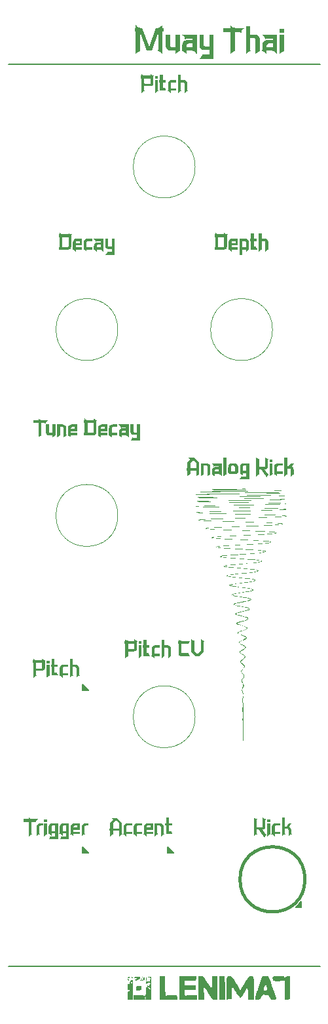
<source format=gto>
G04 #@! TF.GenerationSoftware,KiCad,Pcbnew,8.0.5*
G04 #@! TF.CreationDate,2024-11-24T11:24:00+01:00*
G04 #@! TF.ProjectId,kicks-panel,6b69636b-732d-4706-916e-656c2e6b6963,rev?*
G04 #@! TF.SameCoordinates,Original*
G04 #@! TF.FileFunction,Legend,Top*
G04 #@! TF.FilePolarity,Positive*
%FSLAX46Y46*%
G04 Gerber Fmt 4.6, Leading zero omitted, Abs format (unit mm)*
G04 Created by KiCad (PCBNEW 8.0.5) date 2024-11-24 11:24:00*
%MOMM*%
%LPD*%
G01*
G04 APERTURE LIST*
%ADD10C,0.150000*%
%ADD11C,0.000000*%
%ADD12C,0.100000*%
%ADD13C,0.400000*%
%ADD14C,7.200000*%
%ADD15C,6.200000*%
%ADD16C,3.200000*%
%ADD17O,7.000000X3.200000*%
G04 APERTURE END LIST*
D10*
G36*
X57829825Y-68498672D02*
G01*
X57914708Y-68572684D01*
X58011284Y-68631430D01*
X58105510Y-68670960D01*
X58212177Y-68701660D01*
X58164556Y-68719950D01*
X58128158Y-68814012D01*
X58128158Y-70184214D01*
X58119294Y-70297082D01*
X58093513Y-70394363D01*
X58039358Y-70494296D01*
X57963059Y-70570456D01*
X57866997Y-70623170D01*
X57753553Y-70652759D01*
X57651884Y-70660000D01*
X56531787Y-70660000D01*
X56531787Y-70352254D01*
X56615806Y-70352254D01*
X56980216Y-70352254D01*
X57596197Y-70352254D01*
X57662639Y-70342965D01*
X57740478Y-70283718D01*
X57764236Y-70184214D01*
X57764236Y-69065582D01*
X56980216Y-69065582D01*
X56980216Y-70352254D01*
X56615806Y-70352254D01*
X56615806Y-69065582D01*
X56531787Y-69065582D01*
X56531787Y-68701660D01*
X56615806Y-68701660D01*
X56615806Y-68421758D01*
X56637076Y-68449373D01*
X56704077Y-68528141D01*
X56777801Y-68597274D01*
X56860741Y-68652253D01*
X56955388Y-68688555D01*
X57064236Y-68701660D01*
X57764236Y-68701660D01*
X57764236Y-68421758D01*
X57829825Y-68498672D01*
G37*
G36*
X59530600Y-70124131D02*
G01*
X58715806Y-70124131D01*
X58715806Y-70352254D01*
X59530600Y-70352254D01*
X59530600Y-70660000D01*
X58715806Y-70660000D01*
X58715806Y-70940390D01*
X58650217Y-70863473D01*
X58565334Y-70789432D01*
X58468758Y-70730599D01*
X58374533Y-70690927D01*
X58267865Y-70660000D01*
X58315272Y-70642079D01*
X58351884Y-70548136D01*
X58351884Y-69731388D01*
X58715806Y-69731388D01*
X58715806Y-69815896D01*
X59222854Y-69815896D01*
X59222854Y-69561395D01*
X58883845Y-69561395D01*
X58817403Y-69570852D01*
X58739564Y-69630917D01*
X58715806Y-69731388D01*
X58351884Y-69731388D01*
X58360728Y-69617854D01*
X58386452Y-69520034D01*
X58440507Y-69419586D01*
X58516693Y-69343066D01*
X58612651Y-69290128D01*
X58726021Y-69260426D01*
X58827669Y-69253161D01*
X59530600Y-69253161D01*
X59530600Y-70124131D01*
G37*
G36*
X60829972Y-69253161D02*
G01*
X60230600Y-69253161D01*
X60128952Y-69260425D01*
X60015582Y-69290117D01*
X59919624Y-69343025D01*
X59843438Y-69419484D01*
X59789383Y-69519828D01*
X59763658Y-69617527D01*
X59754815Y-69730900D01*
X59754815Y-70548136D01*
X59718203Y-70642079D01*
X59670796Y-70660000D01*
X59777463Y-70690927D01*
X59871689Y-70730599D01*
X59968265Y-70789432D01*
X60053148Y-70863473D01*
X60118737Y-70940390D01*
X60118737Y-70660000D01*
X60829972Y-70660000D01*
X60829972Y-70352254D01*
X60118737Y-70352254D01*
X60118737Y-69730900D01*
X60142495Y-69630562D01*
X60220334Y-69570776D01*
X60286776Y-69561395D01*
X60829972Y-69561395D01*
X60829972Y-69253161D01*
G37*
G36*
X62313992Y-70940390D02*
G01*
X62292802Y-70912769D01*
X62225935Y-70833931D01*
X62152241Y-70764675D01*
X62069305Y-70709562D01*
X61974713Y-70673150D01*
X61866050Y-70660000D01*
X61418109Y-70660000D01*
X61418109Y-70940390D01*
X61352520Y-70863473D01*
X61267637Y-70789432D01*
X61171061Y-70730599D01*
X61076835Y-70690927D01*
X60970168Y-70660000D01*
X61017575Y-70642079D01*
X61054187Y-70548136D01*
X61054187Y-70209616D01*
X61418109Y-70209616D01*
X61418109Y-70352254D01*
X61950070Y-70352254D01*
X61950070Y-70034738D01*
X61586148Y-70034738D01*
X61512229Y-70047127D01*
X61437897Y-70113643D01*
X61418109Y-70209616D01*
X61054187Y-70209616D01*
X61063030Y-70094490D01*
X61088755Y-69995514D01*
X61142810Y-69894127D01*
X61218996Y-69817108D01*
X61314954Y-69763974D01*
X61428324Y-69734246D01*
X61529972Y-69726992D01*
X61950070Y-69726992D01*
X61950070Y-69617571D01*
X61418109Y-69617571D01*
X61371504Y-69623700D01*
X61306246Y-69697683D01*
X61275319Y-69592823D01*
X61235646Y-69499717D01*
X61176813Y-69403757D01*
X61102772Y-69318951D01*
X61025855Y-69253161D01*
X62313992Y-69253161D01*
X62313992Y-70940390D01*
G37*
G36*
X63741347Y-69253161D02*
G01*
X63377425Y-69253161D01*
X63377425Y-70284842D01*
X63069191Y-70284842D01*
X62967598Y-70259712D01*
X62908496Y-70177639D01*
X62901152Y-70117780D01*
X62901152Y-69253161D01*
X62537230Y-69253161D01*
X62537230Y-70117780D01*
X62546073Y-70230487D01*
X62571798Y-70327646D01*
X62625853Y-70427475D01*
X62702039Y-70503575D01*
X62797997Y-70556258D01*
X62911367Y-70585837D01*
X63013015Y-70593077D01*
X63377425Y-70593077D01*
X63377425Y-70983866D01*
X62901152Y-70983866D01*
X62807337Y-70947587D01*
X62789288Y-70900334D01*
X62758361Y-71006776D01*
X62718689Y-71100859D01*
X62659856Y-71197348D01*
X62585815Y-71282201D01*
X62508898Y-71347787D01*
X63741347Y-71347787D01*
X63741347Y-69253161D01*
G37*
G36*
X66333112Y-42504584D02*
G01*
X66459141Y-42504584D01*
X66459141Y-45410586D01*
X66557865Y-45295210D01*
X66685429Y-45184148D01*
X66830407Y-45095899D01*
X66971780Y-45036390D01*
X67131786Y-44990000D01*
X67015351Y-44892112D01*
X67005757Y-44822205D01*
X67005757Y-42602037D01*
X67879169Y-44990000D01*
X68513712Y-44990000D01*
X69387125Y-42602037D01*
X69387125Y-44822205D01*
X69332206Y-44962926D01*
X69261095Y-44990000D01*
X69421097Y-45036390D01*
X69562436Y-45095899D01*
X69707300Y-45184148D01*
X69834624Y-45295210D01*
X69933007Y-45410586D01*
X69933007Y-42504584D01*
X70059037Y-42504584D01*
X70059037Y-42042965D01*
X69933007Y-42042965D01*
X69933007Y-41623112D01*
X69835314Y-41744573D01*
X69728589Y-41853844D01*
X69609209Y-41944142D01*
X69473552Y-42008687D01*
X69317996Y-42040697D01*
X69261095Y-42042965D01*
X69101361Y-42042965D01*
X68194243Y-44452909D01*
X67290788Y-42042965D01*
X67131786Y-42042965D01*
X66968515Y-42023307D01*
X66826543Y-41968854D01*
X66702134Y-41886386D01*
X66591548Y-41782686D01*
X66491047Y-41664535D01*
X66459141Y-41623112D01*
X66459141Y-42042965D01*
X66333112Y-42042965D01*
X66333112Y-42504584D01*
G37*
G36*
X72159037Y-42879741D02*
G01*
X71613154Y-42879741D01*
X71613154Y-44528381D01*
X71150802Y-44528381D01*
X70998413Y-44490273D01*
X70909761Y-44365731D01*
X70898744Y-44274856D01*
X70898744Y-42879741D01*
X70352861Y-42879741D01*
X70352861Y-44274856D01*
X70366126Y-44444642D01*
X70404713Y-44590926D01*
X70485796Y-44741137D01*
X70600075Y-44855562D01*
X70744011Y-44934722D01*
X70914067Y-44979136D01*
X71066538Y-44990000D01*
X71613154Y-44990000D01*
X71613154Y-45410586D01*
X71711538Y-45295210D01*
X71838862Y-45184148D01*
X71983726Y-45095899D01*
X72125064Y-45036390D01*
X72285066Y-44990000D01*
X72168631Y-44892421D01*
X72159037Y-44822205D01*
X72159037Y-42879741D01*
G37*
G36*
X74382135Y-45410586D02*
G01*
X74350351Y-45369154D01*
X74250049Y-45250897D01*
X74139508Y-45147013D01*
X74015105Y-45064343D01*
X73873218Y-45009725D01*
X73710223Y-44990000D01*
X73038311Y-44990000D01*
X73038311Y-45410586D01*
X72939927Y-45295210D01*
X72812603Y-45184148D01*
X72667739Y-45095899D01*
X72526401Y-45036390D01*
X72366399Y-44990000D01*
X72437509Y-44963119D01*
X72492428Y-44822205D01*
X72492428Y-44314424D01*
X73038311Y-44314424D01*
X73038311Y-44528381D01*
X73836252Y-44528381D01*
X73836252Y-44052107D01*
X73290370Y-44052107D01*
X73179490Y-44070690D01*
X73067993Y-44170465D01*
X73038311Y-44314424D01*
X72492428Y-44314424D01*
X72505693Y-44141736D01*
X72544280Y-43993271D01*
X72625363Y-43841191D01*
X72739642Y-43725662D01*
X72883578Y-43645961D01*
X73053634Y-43601369D01*
X73206106Y-43590488D01*
X73836252Y-43590488D01*
X73836252Y-43426357D01*
X73038311Y-43426357D01*
X72968404Y-43435550D01*
X72870516Y-43546524D01*
X72824126Y-43389235D01*
X72764617Y-43249576D01*
X72676367Y-43105635D01*
X72565306Y-42978426D01*
X72449930Y-42879741D01*
X74382135Y-42879741D01*
X74382135Y-45410586D01*
G37*
G36*
X76523168Y-42879741D02*
G01*
X75977285Y-42879741D01*
X75977285Y-44427264D01*
X75514933Y-44427264D01*
X75362544Y-44389568D01*
X75273892Y-44266459D01*
X75262875Y-44176671D01*
X75262875Y-42879741D01*
X74716992Y-42879741D01*
X74716992Y-44176671D01*
X74730257Y-44345731D01*
X74768844Y-44491469D01*
X74849927Y-44641213D01*
X74964206Y-44755363D01*
X75108142Y-44834387D01*
X75278198Y-44878756D01*
X75430670Y-44889616D01*
X75977285Y-44889616D01*
X75977285Y-45475799D01*
X75262875Y-45475799D01*
X75122154Y-45421381D01*
X75095080Y-45350502D01*
X75048689Y-45510164D01*
X74989181Y-45651288D01*
X74900931Y-45796023D01*
X74789870Y-45923302D01*
X74674494Y-46021681D01*
X76523168Y-46021681D01*
X76523168Y-42879741D01*
G37*
G36*
X77753419Y-42052491D02*
G01*
X77753419Y-42598374D01*
X78723552Y-42598374D01*
X78723552Y-45412784D01*
X78821936Y-45297413D01*
X78949260Y-45186396D01*
X79094123Y-45098276D01*
X79235462Y-45038981D01*
X79395464Y-44992930D01*
X79279132Y-44894939D01*
X79269434Y-44825136D01*
X79269434Y-42598374D01*
X79912037Y-42598374D01*
X80053131Y-42653292D01*
X80080565Y-42724403D01*
X80126616Y-42564736D01*
X80185910Y-42423578D01*
X80274030Y-42278729D01*
X80385047Y-42151209D01*
X80500418Y-42052491D01*
X79395464Y-42052491D01*
X79232469Y-42032833D01*
X79090581Y-41978379D01*
X78966178Y-41895912D01*
X78855637Y-41792212D01*
X78755336Y-41674060D01*
X78723552Y-41632637D01*
X78723552Y-42052491D01*
X77753419Y-42052491D01*
G37*
G36*
X80707781Y-45400327D02*
G01*
X80806164Y-45284957D01*
X80933488Y-45173939D01*
X81078352Y-45085819D01*
X81219691Y-45026525D01*
X81379693Y-44980474D01*
X81263361Y-44882174D01*
X81253663Y-44811946D01*
X81253663Y-43342093D01*
X81716015Y-43342093D01*
X81868089Y-43380102D01*
X81956994Y-43503956D01*
X81968074Y-43594152D01*
X81968074Y-45400327D01*
X82066458Y-45284957D01*
X82193782Y-45173939D01*
X82338645Y-45085819D01*
X82479984Y-45026525D01*
X82639986Y-44980474D01*
X82523551Y-44882174D01*
X82513956Y-44811946D01*
X82513956Y-43594152D01*
X82500660Y-43424818D01*
X82461990Y-43278815D01*
X82380757Y-43128765D01*
X82266308Y-43014354D01*
X82122215Y-42935127D01*
X81952050Y-42890633D01*
X81799546Y-42879741D01*
X81253663Y-42879741D01*
X81253663Y-41829741D01*
X80707781Y-41829741D01*
X80707781Y-45400327D01*
G37*
G36*
X84737055Y-45410586D02*
G01*
X84705270Y-45369154D01*
X84604969Y-45250897D01*
X84494428Y-45147013D01*
X84370025Y-45064343D01*
X84228137Y-45009725D01*
X84065143Y-44990000D01*
X83393231Y-44990000D01*
X83393231Y-45410586D01*
X83294847Y-45295210D01*
X83167523Y-45184148D01*
X83022659Y-45095899D01*
X82881320Y-45036390D01*
X82721319Y-44990000D01*
X82792429Y-44963119D01*
X82847348Y-44822205D01*
X82847348Y-44314424D01*
X83393231Y-44314424D01*
X83393231Y-44528381D01*
X84191172Y-44528381D01*
X84191172Y-44052107D01*
X83645289Y-44052107D01*
X83534410Y-44070690D01*
X83422913Y-44170465D01*
X83393231Y-44314424D01*
X82847348Y-44314424D01*
X82860613Y-44141736D01*
X82899200Y-43993271D01*
X82980283Y-43841191D01*
X83094562Y-43725662D01*
X83238498Y-43645961D01*
X83408554Y-43601369D01*
X83561026Y-43590488D01*
X84191172Y-43590488D01*
X84191172Y-43426357D01*
X83393231Y-43426357D01*
X83323324Y-43435550D01*
X83225436Y-43546524D01*
X83179045Y-43389235D01*
X83119537Y-43249576D01*
X83031287Y-43105635D01*
X82920225Y-42978426D01*
X82804850Y-42879741D01*
X84737055Y-42879741D01*
X84737055Y-45410586D01*
G37*
G36*
X85617795Y-42676043D02*
G01*
X85617795Y-42129427D01*
X85071912Y-42129427D01*
X85071912Y-42676043D01*
X85617795Y-42676043D01*
G37*
G36*
X85625855Y-42879741D02*
G01*
X85079972Y-42879741D01*
X85079972Y-45400327D01*
X85178691Y-45284957D01*
X85306210Y-45173939D01*
X85451059Y-45085819D01*
X85592217Y-45026525D01*
X85751884Y-44980474D01*
X85635552Y-44882174D01*
X85625855Y-44811946D01*
X85625855Y-42879741D01*
G37*
G36*
X82397802Y-145561605D02*
G01*
X83120272Y-146665094D01*
X83132581Y-146565083D01*
X83162716Y-146456898D01*
X83210890Y-146354648D01*
X83267378Y-146269170D01*
X83338626Y-146183447D01*
X83241012Y-146171494D01*
X83209665Y-146135575D01*
X82831577Y-145561605D01*
X82848674Y-145561605D01*
X82947246Y-145549394D01*
X83052702Y-145505350D01*
X83139362Y-145434042D01*
X83202147Y-145340552D01*
X83235973Y-145229960D01*
X83240440Y-145169839D01*
X83240440Y-144323782D01*
X83277053Y-144230182D01*
X83324459Y-144211919D01*
X83217973Y-144181218D01*
X83123781Y-144141688D01*
X83027134Y-144082942D01*
X82942149Y-144008930D01*
X82876518Y-143932016D01*
X82876518Y-145169839D01*
X82818029Y-145249722D01*
X82792499Y-145253370D01*
X82176518Y-145253370D01*
X82096192Y-145195143D01*
X82092499Y-145169839D01*
X82092499Y-144323782D01*
X82129111Y-144230182D01*
X82176518Y-144211919D01*
X82069850Y-144181218D01*
X81975625Y-144141688D01*
X81879049Y-144082942D01*
X81794166Y-144008930D01*
X81728577Y-143932016D01*
X81728577Y-146452114D01*
X81794166Y-146375200D01*
X81879049Y-146301188D01*
X81975625Y-146242442D01*
X82069850Y-146202912D01*
X82176518Y-146172212D01*
X82098963Y-146106678D01*
X82092499Y-146059860D01*
X82092499Y-145561605D01*
X82397802Y-145561605D01*
G37*
G36*
X83841277Y-144617362D02*
G01*
X83841277Y-144252951D01*
X83477356Y-144252951D01*
X83477356Y-144617362D01*
X83841277Y-144617362D01*
G37*
G36*
X83846651Y-144753161D02*
G01*
X83482729Y-144753161D01*
X83482729Y-146433551D01*
X83548541Y-146356638D01*
X83633554Y-146282626D01*
X83730120Y-146223879D01*
X83824226Y-146184350D01*
X83930670Y-146153649D01*
X83853115Y-146088116D01*
X83846651Y-146041297D01*
X83846651Y-144753161D01*
G37*
G36*
X85144557Y-144753161D02*
G01*
X84545185Y-144753161D01*
X84443537Y-144760425D01*
X84330167Y-144790117D01*
X84234209Y-144843025D01*
X84158023Y-144919484D01*
X84103968Y-145019828D01*
X84078243Y-145117527D01*
X84069400Y-145230900D01*
X84069400Y-146048136D01*
X84032788Y-146142079D01*
X83985381Y-146160000D01*
X84092048Y-146190927D01*
X84186274Y-146230599D01*
X84282850Y-146289432D01*
X84367733Y-146363473D01*
X84433322Y-146440390D01*
X84433322Y-146160000D01*
X85144557Y-146160000D01*
X85144557Y-145852254D01*
X84433322Y-145852254D01*
X84433322Y-145230900D01*
X84457080Y-145130562D01*
X84534919Y-145070776D01*
X84601361Y-145061395D01*
X85144557Y-145061395D01*
X85144557Y-144753161D01*
G37*
G36*
X85368772Y-146445275D02*
G01*
X85434361Y-146368358D01*
X85519244Y-146294317D01*
X85615820Y-146235484D01*
X85710046Y-146195811D01*
X85816714Y-146164884D01*
X85739159Y-146099626D01*
X85732694Y-146053021D01*
X85732694Y-145467815D01*
X86040928Y-145467815D01*
X86142311Y-145493155D01*
X86201581Y-145575724D01*
X86208968Y-145635854D01*
X86208968Y-146445275D01*
X86274557Y-146368358D01*
X86359439Y-146294317D01*
X86456015Y-146235484D01*
X86550241Y-146195811D01*
X86656909Y-146164884D01*
X86579285Y-146099626D01*
X86572889Y-146053021D01*
X86572889Y-145635854D01*
X86566062Y-145536704D01*
X86540710Y-145433293D01*
X86489427Y-145333796D01*
X86417107Y-145256695D01*
X86326204Y-145201591D01*
X86597802Y-144753161D01*
X86208968Y-144753161D01*
X85965213Y-145159581D01*
X85732694Y-145159581D01*
X85732694Y-144053161D01*
X85368772Y-144053161D01*
X85368772Y-146445275D01*
G37*
G36*
X66319427Y-120998672D02*
G01*
X66404310Y-121072684D01*
X66500886Y-121131430D01*
X66595112Y-121170960D01*
X66701779Y-121201660D01*
X66654158Y-121219950D01*
X66617760Y-121314012D01*
X66617760Y-122168374D01*
X66613293Y-122228869D01*
X66579456Y-122340008D01*
X66516632Y-122433822D01*
X66429883Y-122505290D01*
X66324272Y-122549388D01*
X66225506Y-122561605D01*
X65469818Y-122561605D01*
X65469818Y-123059860D01*
X65476215Y-123106678D01*
X65553838Y-123172212D01*
X65447167Y-123202912D01*
X65352919Y-123242442D01*
X65256266Y-123301188D01*
X65171224Y-123375200D01*
X65105408Y-123452114D01*
X65105408Y-122168374D01*
X65469818Y-122168374D01*
X65473470Y-122194175D01*
X65553838Y-122253370D01*
X66169818Y-122253370D01*
X66195167Y-122249670D01*
X66253838Y-122168374D01*
X66253838Y-121565582D01*
X65469818Y-121565582D01*
X65469818Y-122168374D01*
X65105408Y-122168374D01*
X65105408Y-121565582D01*
X65021389Y-121565582D01*
X65021389Y-121201660D01*
X65105408Y-121201660D01*
X65105408Y-120921758D01*
X65126678Y-120949373D01*
X65193679Y-121028141D01*
X65267403Y-121097274D01*
X65350343Y-121152253D01*
X65444990Y-121188555D01*
X65553838Y-121201660D01*
X66253838Y-121201660D01*
X66253838Y-120921758D01*
X66319427Y-120998672D01*
G37*
G36*
X67205408Y-121617362D02*
G01*
X67205408Y-121252951D01*
X66841486Y-121252951D01*
X66841486Y-121617362D01*
X67205408Y-121617362D01*
G37*
G36*
X67210781Y-121753161D02*
G01*
X66846860Y-121753161D01*
X66846860Y-123433551D01*
X66912672Y-123356638D01*
X66997685Y-123282626D01*
X67094251Y-123223879D01*
X67188356Y-123184350D01*
X67294801Y-123153649D01*
X67217246Y-123088116D01*
X67210781Y-123041297D01*
X67210781Y-121753161D01*
G37*
G36*
X67483845Y-121053161D02*
G01*
X67483845Y-121753161D01*
X67377355Y-121753161D01*
X67377355Y-122061395D01*
X67483845Y-122061395D01*
X67483845Y-123160000D01*
X68408060Y-123160000D01*
X68331143Y-123094407D01*
X68257102Y-123009495D01*
X68198269Y-122912832D01*
X68158596Y-122818464D01*
X68127669Y-122711570D01*
X68062410Y-122789605D01*
X68015806Y-122796078D01*
X67847767Y-122796078D01*
X67847767Y-122061395D01*
X68240021Y-122061395D01*
X68240021Y-121753161D01*
X67847767Y-121753161D01*
X67847767Y-121053161D01*
X67483845Y-121053161D01*
G37*
G36*
X69602896Y-121753161D02*
G01*
X69003524Y-121753161D01*
X68901876Y-121760425D01*
X68788506Y-121790117D01*
X68692548Y-121843025D01*
X68616362Y-121919484D01*
X68562307Y-122019828D01*
X68536582Y-122117527D01*
X68527739Y-122230900D01*
X68527739Y-123048136D01*
X68491126Y-123142079D01*
X68443719Y-123160000D01*
X68550387Y-123190927D01*
X68644613Y-123230599D01*
X68741189Y-123289432D01*
X68826071Y-123363473D01*
X68891661Y-123440390D01*
X68891661Y-123160000D01*
X69602896Y-123160000D01*
X69602896Y-122852254D01*
X68891661Y-122852254D01*
X68891661Y-122230900D01*
X68915418Y-122130562D01*
X68993258Y-122070776D01*
X69059700Y-122061395D01*
X69602896Y-122061395D01*
X69602896Y-121753161D01*
G37*
G36*
X69827111Y-123433551D02*
G01*
X69892700Y-123356638D01*
X69977583Y-123282626D01*
X70074159Y-123223879D01*
X70168384Y-123184350D01*
X70275052Y-123153649D01*
X70197497Y-123088116D01*
X70191033Y-123041297D01*
X70191033Y-122061395D01*
X70499267Y-122061395D01*
X70600650Y-122086735D01*
X70659920Y-122169304D01*
X70667306Y-122229434D01*
X70667306Y-123433551D01*
X70732895Y-123356638D01*
X70817778Y-123282626D01*
X70914354Y-123223879D01*
X71008580Y-123184350D01*
X71115248Y-123153649D01*
X71037624Y-123088116D01*
X71031228Y-123041297D01*
X71031228Y-122229434D01*
X71022364Y-122116545D01*
X70996584Y-122019210D01*
X70942428Y-121919177D01*
X70866129Y-121842902D01*
X70770067Y-121790085D01*
X70656623Y-121760422D01*
X70554954Y-121753161D01*
X70191033Y-121753161D01*
X70191033Y-121053161D01*
X69827111Y-121053161D01*
X69827111Y-123433551D01*
G37*
G36*
X71991102Y-122796078D02*
G01*
X72007444Y-122904578D01*
X72053210Y-122999882D01*
X72123512Y-123077142D01*
X72213463Y-123131507D01*
X72318174Y-123158129D01*
X72355513Y-123160000D01*
X73565003Y-123160000D01*
X73488089Y-123094413D01*
X73414078Y-123009560D01*
X73355331Y-122913071D01*
X73315802Y-122818988D01*
X73285101Y-122712547D01*
X73219774Y-122789689D01*
X73173238Y-122796078D01*
X72439532Y-122796078D01*
X72359164Y-122737850D01*
X72355513Y-122712547D01*
X72355513Y-121565582D01*
X73173238Y-121565582D01*
X73266837Y-121602195D01*
X73285101Y-121649602D01*
X73315802Y-121543157D01*
X73355331Y-121449052D01*
X73414078Y-121352486D01*
X73488089Y-121267473D01*
X73565003Y-121201660D01*
X72439532Y-121201660D01*
X72330685Y-121188555D01*
X72236037Y-121152253D01*
X72153097Y-121097274D01*
X72079373Y-121028141D01*
X72012373Y-120949373D01*
X71991102Y-120921758D01*
X71991102Y-121201660D01*
X71907083Y-121201660D01*
X71907083Y-121565582D01*
X71991102Y-121565582D01*
X71991102Y-122796078D01*
G37*
G36*
X73654885Y-122572351D02*
G01*
X74243021Y-123160000D01*
X74662631Y-123160000D01*
X75250767Y-122572351D01*
X75250767Y-121312058D01*
X75287380Y-121218459D01*
X75334787Y-121200195D01*
X75228301Y-121169271D01*
X75134108Y-121129621D01*
X75037461Y-121070865D01*
X74952477Y-120996983D01*
X74886846Y-120920293D01*
X74886846Y-122488332D01*
X74522924Y-122852254D01*
X74382728Y-122852254D01*
X74018807Y-122488332D01*
X74018807Y-121312058D01*
X74055419Y-121218459D01*
X74102826Y-121200195D01*
X73996158Y-121169271D01*
X73901933Y-121129621D01*
X73805357Y-121070865D01*
X73720474Y-120996983D01*
X73654885Y-120920293D01*
X73654885Y-122572351D01*
G37*
G36*
X64684613Y-144650090D02*
G01*
X64684613Y-146038855D01*
X64691009Y-146085673D01*
X64768632Y-146151207D01*
X64661965Y-146181907D01*
X64567739Y-146221437D01*
X64471163Y-146280183D01*
X64386280Y-146354195D01*
X64320691Y-146431109D01*
X64320691Y-145722316D01*
X63536671Y-145722316D01*
X63536671Y-146038855D01*
X63543068Y-146085673D01*
X63620691Y-146151207D01*
X63514020Y-146181907D01*
X63419772Y-146221437D01*
X63323119Y-146280183D01*
X63238077Y-146354195D01*
X63172261Y-146431109D01*
X63172261Y-145722316D01*
X63088242Y-145722316D01*
X63088242Y-145414570D01*
X63172261Y-145414570D01*
X63172261Y-144732644D01*
X63536671Y-144732644D01*
X63536671Y-145414570D01*
X64320691Y-145414570D01*
X64320691Y-144732644D01*
X63984613Y-144401451D01*
X63872750Y-144401451D01*
X63536671Y-144732644D01*
X63172261Y-144732644D01*
X63172261Y-144650090D01*
X63533741Y-144292519D01*
X63475476Y-144206896D01*
X63403185Y-144131122D01*
X63323692Y-144065373D01*
X64096476Y-144065373D01*
X64684613Y-144650090D01*
G37*
G36*
X65983496Y-144753161D02*
G01*
X65384124Y-144753161D01*
X65282476Y-144760425D01*
X65169106Y-144790117D01*
X65073148Y-144843025D01*
X64996962Y-144919484D01*
X64942907Y-145019828D01*
X64917183Y-145117527D01*
X64908339Y-145230900D01*
X64908339Y-146048136D01*
X64871727Y-146142079D01*
X64824320Y-146160000D01*
X64930988Y-146190927D01*
X65025213Y-146230599D01*
X65121789Y-146289432D01*
X65206672Y-146363473D01*
X65272261Y-146440390D01*
X65272261Y-146160000D01*
X65983496Y-146160000D01*
X65983496Y-145852254D01*
X65272261Y-145852254D01*
X65272261Y-145230900D01*
X65296019Y-145130562D01*
X65373858Y-145070776D01*
X65440300Y-145061395D01*
X65983496Y-145061395D01*
X65983496Y-144753161D01*
G37*
G36*
X67282868Y-144753161D02*
G01*
X66683496Y-144753161D01*
X66581848Y-144760425D01*
X66468478Y-144790117D01*
X66372520Y-144843025D01*
X66296334Y-144919484D01*
X66242279Y-145019828D01*
X66216555Y-145117527D01*
X66207711Y-145230900D01*
X66207711Y-146048136D01*
X66171099Y-146142079D01*
X66123692Y-146160000D01*
X66230359Y-146190927D01*
X66324585Y-146230599D01*
X66421161Y-146289432D01*
X66506044Y-146363473D01*
X66571633Y-146440390D01*
X66571633Y-146160000D01*
X67282868Y-146160000D01*
X67282868Y-145852254D01*
X66571633Y-145852254D01*
X66571633Y-145230900D01*
X66595391Y-145130562D01*
X66673230Y-145070776D01*
X66739672Y-145061395D01*
X67282868Y-145061395D01*
X67282868Y-144753161D01*
G37*
G36*
X68685799Y-145624131D02*
G01*
X67871005Y-145624131D01*
X67871005Y-145852254D01*
X68685799Y-145852254D01*
X68685799Y-146160000D01*
X67871005Y-146160000D01*
X67871005Y-146440390D01*
X67805416Y-146363473D01*
X67720533Y-146289432D01*
X67623957Y-146230599D01*
X67529731Y-146190927D01*
X67423064Y-146160000D01*
X67470471Y-146142079D01*
X67507083Y-146048136D01*
X67507083Y-145231388D01*
X67871005Y-145231388D01*
X67871005Y-145315896D01*
X68378053Y-145315896D01*
X68378053Y-145061395D01*
X68039044Y-145061395D01*
X67972602Y-145070852D01*
X67894763Y-145130917D01*
X67871005Y-145231388D01*
X67507083Y-145231388D01*
X67515926Y-145117854D01*
X67541651Y-145020034D01*
X67595706Y-144919586D01*
X67671892Y-144843066D01*
X67767850Y-144790128D01*
X67881220Y-144760426D01*
X67982868Y-144753161D01*
X68685799Y-144753161D01*
X68685799Y-145624131D01*
G37*
G36*
X68910014Y-146433551D02*
G01*
X68975603Y-146356638D01*
X69060486Y-146282626D01*
X69157062Y-146223879D01*
X69251288Y-146184350D01*
X69357955Y-146153649D01*
X69280401Y-146088116D01*
X69273936Y-146041297D01*
X69273936Y-145061395D01*
X69582170Y-145061395D01*
X69683553Y-145086735D01*
X69742823Y-145169304D01*
X69750209Y-145229434D01*
X69750209Y-146433551D01*
X69815799Y-146356638D01*
X69900681Y-146282626D01*
X69997257Y-146223879D01*
X70091483Y-146184350D01*
X70198151Y-146153649D01*
X70120527Y-146088116D01*
X70114131Y-146041297D01*
X70114131Y-145229434D01*
X70105267Y-145116545D01*
X70079487Y-145019210D01*
X70025332Y-144919177D01*
X69949032Y-144842902D01*
X69852970Y-144790085D01*
X69739527Y-144760422D01*
X69637858Y-144753161D01*
X68910014Y-144753161D01*
X68910014Y-146433551D01*
G37*
G36*
X70386706Y-144053161D02*
G01*
X70386706Y-144753161D01*
X70280216Y-144753161D01*
X70280216Y-145061395D01*
X70386706Y-145061395D01*
X70386706Y-146160000D01*
X71310921Y-146160000D01*
X71234004Y-146094407D01*
X71159963Y-146009495D01*
X71101130Y-145912832D01*
X71061457Y-145818464D01*
X71030530Y-145711570D01*
X70965272Y-145789605D01*
X70918667Y-145796078D01*
X70750628Y-145796078D01*
X70750628Y-145061395D01*
X71142882Y-145061395D01*
X71142882Y-144753161D01*
X70750628Y-144753161D01*
X70750628Y-144053161D01*
X70386706Y-144053161D01*
G37*
G36*
X77972463Y-68498672D02*
G01*
X78057346Y-68572684D01*
X78153922Y-68631430D01*
X78248148Y-68670960D01*
X78354815Y-68701660D01*
X78307194Y-68719950D01*
X78270796Y-68814012D01*
X78270796Y-70184214D01*
X78261932Y-70297082D01*
X78236151Y-70394363D01*
X78181996Y-70494296D01*
X78105697Y-70570456D01*
X78009635Y-70623170D01*
X77896191Y-70652759D01*
X77794522Y-70660000D01*
X76674425Y-70660000D01*
X76674425Y-70352254D01*
X76758444Y-70352254D01*
X77122854Y-70352254D01*
X77738835Y-70352254D01*
X77805277Y-70342965D01*
X77883116Y-70283718D01*
X77906874Y-70184214D01*
X77906874Y-69065582D01*
X77122854Y-69065582D01*
X77122854Y-70352254D01*
X76758444Y-70352254D01*
X76758444Y-69065582D01*
X76674425Y-69065582D01*
X76674425Y-68701660D01*
X76758444Y-68701660D01*
X76758444Y-68421758D01*
X76779714Y-68449373D01*
X76846715Y-68528141D01*
X76920439Y-68597274D01*
X77003379Y-68652253D01*
X77098026Y-68688555D01*
X77206874Y-68701660D01*
X77906874Y-68701660D01*
X77906874Y-68421758D01*
X77972463Y-68498672D01*
G37*
G36*
X79673238Y-70124131D02*
G01*
X78858444Y-70124131D01*
X78858444Y-70352254D01*
X79673238Y-70352254D01*
X79673238Y-70660000D01*
X78858444Y-70660000D01*
X78858444Y-70940390D01*
X78792855Y-70863473D01*
X78707972Y-70789432D01*
X78611396Y-70730599D01*
X78517171Y-70690927D01*
X78410503Y-70660000D01*
X78457910Y-70642079D01*
X78494522Y-70548136D01*
X78494522Y-69731388D01*
X78858444Y-69731388D01*
X78858444Y-69815896D01*
X79365492Y-69815896D01*
X79365492Y-69561395D01*
X79026483Y-69561395D01*
X78960041Y-69570852D01*
X78882202Y-69630917D01*
X78858444Y-69731388D01*
X78494522Y-69731388D01*
X78503366Y-69617854D01*
X78529090Y-69520034D01*
X78583145Y-69419586D01*
X78659331Y-69343066D01*
X78755289Y-69290128D01*
X78868659Y-69260426D01*
X78970307Y-69253161D01*
X79673238Y-69253161D01*
X79673238Y-70124131D01*
G37*
G36*
X80726966Y-69260425D02*
G01*
X80840409Y-69290117D01*
X80936471Y-69343025D01*
X81012771Y-69419484D01*
X81066926Y-69519828D01*
X81092706Y-69617527D01*
X81101570Y-69730900D01*
X81101570Y-70548136D01*
X81107967Y-70594947D01*
X81185590Y-70660000D01*
X81078922Y-70690322D01*
X80984696Y-70729268D01*
X80888120Y-70787073D01*
X80803238Y-70859862D01*
X80737649Y-70935505D01*
X80737649Y-70660000D01*
X80261375Y-70660000D01*
X80261375Y-71347787D01*
X79897453Y-71347787D01*
X79897453Y-70352254D01*
X80261375Y-70352254D01*
X80737649Y-70352254D01*
X80737649Y-69730900D01*
X80730262Y-69670090D01*
X80670992Y-69586833D01*
X80569609Y-69561395D01*
X80261375Y-69561395D01*
X80261375Y-70352254D01*
X79897453Y-70352254D01*
X79897453Y-69253161D01*
X80625297Y-69253161D01*
X80726966Y-69260425D01*
G37*
G36*
X81374145Y-68553161D02*
G01*
X81374145Y-69253161D01*
X81267656Y-69253161D01*
X81267656Y-69561395D01*
X81374145Y-69561395D01*
X81374145Y-70660000D01*
X82298360Y-70660000D01*
X82221443Y-70594407D01*
X82147402Y-70509495D01*
X82088569Y-70412832D01*
X82048897Y-70318464D01*
X82017970Y-70211570D01*
X81952711Y-70289605D01*
X81906106Y-70296078D01*
X81738067Y-70296078D01*
X81738067Y-69561395D01*
X82130321Y-69561395D01*
X82130321Y-69253161D01*
X81738067Y-69253161D01*
X81738067Y-68553161D01*
X81374145Y-68553161D01*
G37*
G36*
X82394592Y-70933551D02*
G01*
X82460181Y-70856638D01*
X82545064Y-70782626D01*
X82641640Y-70723879D01*
X82735866Y-70684350D01*
X82842533Y-70653649D01*
X82764979Y-70588116D01*
X82758514Y-70541297D01*
X82758514Y-69561395D01*
X83066748Y-69561395D01*
X83168131Y-69586735D01*
X83227401Y-69669304D01*
X83234787Y-69729434D01*
X83234787Y-70933551D01*
X83300377Y-70856638D01*
X83385259Y-70782626D01*
X83481835Y-70723879D01*
X83576061Y-70684350D01*
X83682729Y-70653649D01*
X83605105Y-70588116D01*
X83598709Y-70541297D01*
X83598709Y-69729434D01*
X83589845Y-69616545D01*
X83564065Y-69519210D01*
X83509910Y-69419177D01*
X83433610Y-69342902D01*
X83337548Y-69290085D01*
X83224105Y-69260422D01*
X83122436Y-69253161D01*
X82758514Y-69253161D01*
X82758514Y-68553161D01*
X82394592Y-68553161D01*
X82394592Y-70933551D01*
G37*
G36*
X68429685Y-47998672D02*
G01*
X68514568Y-48072684D01*
X68611144Y-48131430D01*
X68705370Y-48170960D01*
X68812037Y-48201660D01*
X68764416Y-48219950D01*
X68728018Y-48314012D01*
X68728018Y-49168374D01*
X68723551Y-49228869D01*
X68689714Y-49340008D01*
X68626890Y-49433822D01*
X68540141Y-49505290D01*
X68434530Y-49549388D01*
X68335764Y-49561605D01*
X67580076Y-49561605D01*
X67580076Y-50059860D01*
X67586473Y-50106678D01*
X67664096Y-50172212D01*
X67557425Y-50202912D01*
X67463177Y-50242442D01*
X67366524Y-50301188D01*
X67281482Y-50375200D01*
X67215666Y-50452114D01*
X67215666Y-49168374D01*
X67580076Y-49168374D01*
X67583728Y-49194175D01*
X67664096Y-49253370D01*
X68280076Y-49253370D01*
X68305425Y-49249670D01*
X68364096Y-49168374D01*
X68364096Y-48565582D01*
X67580076Y-48565582D01*
X67580076Y-49168374D01*
X67215666Y-49168374D01*
X67215666Y-48565582D01*
X67131647Y-48565582D01*
X67131647Y-48201660D01*
X67215666Y-48201660D01*
X67215666Y-47921758D01*
X67236936Y-47949373D01*
X67303937Y-48028141D01*
X67377661Y-48097274D01*
X67460601Y-48152253D01*
X67555248Y-48188555D01*
X67664096Y-48201660D01*
X68364096Y-48201660D01*
X68364096Y-47921758D01*
X68429685Y-47998672D01*
G37*
G36*
X69315666Y-48617362D02*
G01*
X69315666Y-48252951D01*
X68951744Y-48252951D01*
X68951744Y-48617362D01*
X69315666Y-48617362D01*
G37*
G36*
X69321039Y-48753161D02*
G01*
X68957118Y-48753161D01*
X68957118Y-50433551D01*
X69022930Y-50356638D01*
X69107943Y-50282626D01*
X69204509Y-50223879D01*
X69298614Y-50184350D01*
X69405059Y-50153649D01*
X69327504Y-50088116D01*
X69321039Y-50041297D01*
X69321039Y-48753161D01*
G37*
G36*
X69594103Y-48053161D02*
G01*
X69594103Y-48753161D01*
X69487613Y-48753161D01*
X69487613Y-49061395D01*
X69594103Y-49061395D01*
X69594103Y-50160000D01*
X70518318Y-50160000D01*
X70441401Y-50094407D01*
X70367360Y-50009495D01*
X70308527Y-49912832D01*
X70268854Y-49818464D01*
X70237927Y-49711570D01*
X70172668Y-49789605D01*
X70126064Y-49796078D01*
X69958025Y-49796078D01*
X69958025Y-49061395D01*
X70350279Y-49061395D01*
X70350279Y-48753161D01*
X69958025Y-48753161D01*
X69958025Y-48053161D01*
X69594103Y-48053161D01*
G37*
G36*
X71713154Y-48753161D02*
G01*
X71113782Y-48753161D01*
X71012134Y-48760425D01*
X70898764Y-48790117D01*
X70802806Y-48843025D01*
X70726620Y-48919484D01*
X70672565Y-49019828D01*
X70646840Y-49117527D01*
X70637997Y-49230900D01*
X70637997Y-50048136D01*
X70601384Y-50142079D01*
X70553977Y-50160000D01*
X70660645Y-50190927D01*
X70754871Y-50230599D01*
X70851447Y-50289432D01*
X70936329Y-50363473D01*
X71001919Y-50440390D01*
X71001919Y-50160000D01*
X71713154Y-50160000D01*
X71713154Y-49852254D01*
X71001919Y-49852254D01*
X71001919Y-49230900D01*
X71025676Y-49130562D01*
X71103516Y-49070776D01*
X71169958Y-49061395D01*
X71713154Y-49061395D01*
X71713154Y-48753161D01*
G37*
G36*
X71937369Y-50433551D02*
G01*
X72002958Y-50356638D01*
X72087841Y-50282626D01*
X72184417Y-50223879D01*
X72278642Y-50184350D01*
X72385310Y-50153649D01*
X72307755Y-50088116D01*
X72301291Y-50041297D01*
X72301291Y-49061395D01*
X72609525Y-49061395D01*
X72710908Y-49086735D01*
X72770178Y-49169304D01*
X72777564Y-49229434D01*
X72777564Y-50433551D01*
X72843153Y-50356638D01*
X72928036Y-50282626D01*
X73024612Y-50223879D01*
X73118838Y-50184350D01*
X73225506Y-50153649D01*
X73147882Y-50088116D01*
X73141486Y-50041297D01*
X73141486Y-49229434D01*
X73132622Y-49116545D01*
X73106842Y-49019210D01*
X73052686Y-48919177D01*
X72976387Y-48842902D01*
X72880325Y-48790085D01*
X72766881Y-48760422D01*
X72665212Y-48753161D01*
X72301291Y-48753161D01*
X72301291Y-48053161D01*
X71937369Y-48053161D01*
X71937369Y-50433551D01*
G37*
G36*
X53227669Y-92701660D02*
G01*
X53227669Y-93065582D01*
X53874424Y-93065582D01*
X53874424Y-94941856D01*
X53940013Y-94864942D01*
X54024896Y-94790930D01*
X54121472Y-94732184D01*
X54215698Y-94692654D01*
X54322366Y-94661953D01*
X54244811Y-94596626D01*
X54238346Y-94550090D01*
X54238346Y-93065582D01*
X54666748Y-93065582D01*
X54760810Y-93102195D01*
X54779100Y-93149602D01*
X54809800Y-93043157D01*
X54849330Y-92949052D01*
X54908076Y-92852486D01*
X54982088Y-92767473D01*
X55059002Y-92701660D01*
X54322366Y-92701660D01*
X54213702Y-92688555D01*
X54119111Y-92652253D01*
X54036175Y-92597274D01*
X53962481Y-92528141D01*
X53895614Y-92449373D01*
X53874424Y-92421758D01*
X53874424Y-92701660D01*
X53227669Y-92701660D01*
G37*
G36*
X56075052Y-93253161D02*
G01*
X55711130Y-93253161D01*
X55711130Y-94352254D01*
X55402896Y-94352254D01*
X55301303Y-94326848D01*
X55242202Y-94243821D01*
X55234857Y-94183237D01*
X55234857Y-93253161D01*
X54870935Y-93253161D01*
X54870935Y-94183237D01*
X54879778Y-94296428D01*
X54905503Y-94393950D01*
X54959558Y-94494091D01*
X55035744Y-94570375D01*
X55131702Y-94623148D01*
X55245072Y-94652757D01*
X55346720Y-94660000D01*
X55711130Y-94660000D01*
X55711130Y-94940390D01*
X55776720Y-94863473D01*
X55861602Y-94789432D01*
X55958178Y-94730599D01*
X56052404Y-94690927D01*
X56159072Y-94660000D01*
X56081448Y-94594947D01*
X56075052Y-94548136D01*
X56075052Y-93253161D01*
G37*
G36*
X56297313Y-94933551D02*
G01*
X56362903Y-94856638D01*
X56447785Y-94782626D01*
X56544361Y-94723879D01*
X56638587Y-94684350D01*
X56745255Y-94653649D01*
X56667700Y-94588116D01*
X56661235Y-94541297D01*
X56661235Y-93561395D01*
X56969470Y-93561395D01*
X57070853Y-93586735D01*
X57130122Y-93669304D01*
X57137509Y-93729434D01*
X57137509Y-94933551D01*
X57203098Y-94856638D01*
X57287981Y-94782626D01*
X57384557Y-94723879D01*
X57478782Y-94684350D01*
X57585450Y-94653649D01*
X57507827Y-94588116D01*
X57501431Y-94541297D01*
X57501431Y-93729434D01*
X57492566Y-93616545D01*
X57466786Y-93519210D01*
X57412631Y-93419177D01*
X57336332Y-93342902D01*
X57240269Y-93290085D01*
X57126826Y-93260422D01*
X57025157Y-93253161D01*
X56297313Y-93253161D01*
X56297313Y-94933551D01*
G37*
G36*
X58902407Y-94124131D02*
G01*
X58087613Y-94124131D01*
X58087613Y-94352254D01*
X58902407Y-94352254D01*
X58902407Y-94660000D01*
X58087613Y-94660000D01*
X58087613Y-94940390D01*
X58022024Y-94863473D01*
X57937141Y-94789432D01*
X57840566Y-94730599D01*
X57746340Y-94690927D01*
X57639672Y-94660000D01*
X57687079Y-94642079D01*
X57723692Y-94548136D01*
X57723692Y-93731388D01*
X58087613Y-93731388D01*
X58087613Y-93815896D01*
X58594662Y-93815896D01*
X58594662Y-93561395D01*
X58255652Y-93561395D01*
X58189211Y-93570852D01*
X58111371Y-93630917D01*
X58087613Y-93731388D01*
X57723692Y-93731388D01*
X57732535Y-93617854D01*
X57758260Y-93520034D01*
X57812315Y-93419586D01*
X57888501Y-93343066D01*
X57984458Y-93290128D01*
X58097829Y-93260426D01*
X58199477Y-93253161D01*
X58902407Y-93253161D01*
X58902407Y-94124131D01*
G37*
G36*
X61078255Y-92498672D02*
G01*
X61163138Y-92572684D01*
X61259714Y-92631430D01*
X61353939Y-92670960D01*
X61460607Y-92701660D01*
X61412985Y-92719950D01*
X61376588Y-92814012D01*
X61376588Y-94184214D01*
X61367723Y-94297082D01*
X61341943Y-94394363D01*
X61287788Y-94494296D01*
X61211489Y-94570456D01*
X61115426Y-94623170D01*
X61001983Y-94652759D01*
X60900314Y-94660000D01*
X59780216Y-94660000D01*
X59780216Y-94352254D01*
X59864236Y-94352254D01*
X60228646Y-94352254D01*
X60844627Y-94352254D01*
X60911068Y-94342965D01*
X60988908Y-94283718D01*
X61012666Y-94184214D01*
X61012666Y-93065582D01*
X60228646Y-93065582D01*
X60228646Y-94352254D01*
X59864236Y-94352254D01*
X59864236Y-93065582D01*
X59780216Y-93065582D01*
X59780216Y-92701660D01*
X59864236Y-92701660D01*
X59864236Y-92421758D01*
X59885506Y-92449373D01*
X59952507Y-92528141D01*
X60026231Y-92597274D01*
X60109170Y-92652253D01*
X60203818Y-92688555D01*
X60312666Y-92701660D01*
X61012666Y-92701660D01*
X61012666Y-92421758D01*
X61078255Y-92498672D01*
G37*
G36*
X62779030Y-94124131D02*
G01*
X61964236Y-94124131D01*
X61964236Y-94352254D01*
X62779030Y-94352254D01*
X62779030Y-94660000D01*
X61964236Y-94660000D01*
X61964236Y-94940390D01*
X61898647Y-94863473D01*
X61813764Y-94789432D01*
X61717188Y-94730599D01*
X61622962Y-94690927D01*
X61516294Y-94660000D01*
X61563701Y-94642079D01*
X61600314Y-94548136D01*
X61600314Y-93731388D01*
X61964236Y-93731388D01*
X61964236Y-93815896D01*
X62471284Y-93815896D01*
X62471284Y-93561395D01*
X62132275Y-93561395D01*
X62065833Y-93570852D01*
X61987994Y-93630917D01*
X61964236Y-93731388D01*
X61600314Y-93731388D01*
X61609157Y-93617854D01*
X61634882Y-93520034D01*
X61688937Y-93419586D01*
X61765123Y-93343066D01*
X61861081Y-93290128D01*
X61974451Y-93260426D01*
X62076099Y-93253161D01*
X62779030Y-93253161D01*
X62779030Y-94124131D01*
G37*
G36*
X64078402Y-93253161D02*
G01*
X63479030Y-93253161D01*
X63377382Y-93260425D01*
X63264012Y-93290117D01*
X63168054Y-93343025D01*
X63091868Y-93419484D01*
X63037813Y-93519828D01*
X63012088Y-93617527D01*
X63003245Y-93730900D01*
X63003245Y-94548136D01*
X62966632Y-94642079D01*
X62919225Y-94660000D01*
X63025893Y-94690927D01*
X63120119Y-94730599D01*
X63216695Y-94789432D01*
X63301578Y-94863473D01*
X63367167Y-94940390D01*
X63367167Y-94660000D01*
X64078402Y-94660000D01*
X64078402Y-94352254D01*
X63367167Y-94352254D01*
X63367167Y-93730900D01*
X63390925Y-93630562D01*
X63468764Y-93570776D01*
X63535206Y-93561395D01*
X64078402Y-93561395D01*
X64078402Y-93253161D01*
G37*
G36*
X65562421Y-94940390D02*
G01*
X65541232Y-94912769D01*
X65474364Y-94833931D01*
X65400670Y-94764675D01*
X65317735Y-94709562D01*
X65223143Y-94673150D01*
X65114480Y-94660000D01*
X64666539Y-94660000D01*
X64666539Y-94940390D01*
X64600949Y-94863473D01*
X64516067Y-94789432D01*
X64419491Y-94730599D01*
X64325265Y-94690927D01*
X64218597Y-94660000D01*
X64266004Y-94642079D01*
X64302617Y-94548136D01*
X64302617Y-94209616D01*
X64666539Y-94209616D01*
X64666539Y-94352254D01*
X65198500Y-94352254D01*
X65198500Y-94034738D01*
X64834578Y-94034738D01*
X64760658Y-94047127D01*
X64686327Y-94113643D01*
X64666539Y-94209616D01*
X64302617Y-94209616D01*
X64311460Y-94094490D01*
X64337185Y-93995514D01*
X64391240Y-93894127D01*
X64467426Y-93817108D01*
X64563384Y-93763974D01*
X64676754Y-93734246D01*
X64778402Y-93726992D01*
X65198500Y-93726992D01*
X65198500Y-93617571D01*
X64666539Y-93617571D01*
X64619934Y-93623700D01*
X64554675Y-93697683D01*
X64523748Y-93592823D01*
X64484076Y-93499717D01*
X64425243Y-93403757D01*
X64351202Y-93318951D01*
X64274285Y-93253161D01*
X65562421Y-93253161D01*
X65562421Y-94940390D01*
G37*
G36*
X66989777Y-93253161D02*
G01*
X66625855Y-93253161D01*
X66625855Y-94284842D01*
X66317620Y-94284842D01*
X66216028Y-94259712D01*
X66156926Y-94177639D01*
X66149581Y-94117780D01*
X66149581Y-93253161D01*
X65785659Y-93253161D01*
X65785659Y-94117780D01*
X65794503Y-94230487D01*
X65820227Y-94327646D01*
X65874283Y-94427475D01*
X65950469Y-94503575D01*
X66046426Y-94556258D01*
X66159797Y-94585837D01*
X66261444Y-94593077D01*
X66625855Y-94593077D01*
X66625855Y-94983866D01*
X66149581Y-94983866D01*
X66055767Y-94947587D01*
X66037718Y-94900334D01*
X66006791Y-95006776D01*
X65967118Y-95100859D01*
X65908286Y-95197348D01*
X65834244Y-95282201D01*
X65757327Y-95347787D01*
X66989777Y-95347787D01*
X66989777Y-93253161D01*
G37*
G36*
X74672087Y-98150090D02*
G01*
X74672087Y-99538855D01*
X74678483Y-99585673D01*
X74756106Y-99651207D01*
X74649439Y-99681907D01*
X74555213Y-99721437D01*
X74458637Y-99780183D01*
X74373754Y-99854195D01*
X74308165Y-99931109D01*
X74308165Y-99222316D01*
X73524145Y-99222316D01*
X73524145Y-99538855D01*
X73530542Y-99585673D01*
X73608165Y-99651207D01*
X73501494Y-99681907D01*
X73407246Y-99721437D01*
X73310593Y-99780183D01*
X73225551Y-99854195D01*
X73159735Y-99931109D01*
X73159735Y-99222316D01*
X73075716Y-99222316D01*
X73075716Y-98914570D01*
X73159735Y-98914570D01*
X73159735Y-98232644D01*
X73524145Y-98232644D01*
X73524145Y-98914570D01*
X74308165Y-98914570D01*
X74308165Y-98232644D01*
X73972087Y-97901451D01*
X73860224Y-97901451D01*
X73524145Y-98232644D01*
X73159735Y-98232644D01*
X73159735Y-98150090D01*
X73521215Y-97792519D01*
X73462950Y-97706896D01*
X73390659Y-97631122D01*
X73311166Y-97565373D01*
X74083950Y-97565373D01*
X74672087Y-98150090D01*
G37*
G36*
X74895813Y-99933551D02*
G01*
X74961402Y-99856638D01*
X75046285Y-99782626D01*
X75142861Y-99723879D01*
X75237087Y-99684350D01*
X75343755Y-99653649D01*
X75266200Y-99588116D01*
X75259735Y-99541297D01*
X75259735Y-98561395D01*
X75567970Y-98561395D01*
X75669353Y-98586735D01*
X75728622Y-98669304D01*
X75736009Y-98729434D01*
X75736009Y-99933551D01*
X75801598Y-99856638D01*
X75886481Y-99782626D01*
X75983056Y-99723879D01*
X76077282Y-99684350D01*
X76183950Y-99653649D01*
X76106327Y-99588116D01*
X76099930Y-99541297D01*
X76099930Y-98729434D01*
X76091066Y-98616545D01*
X76065286Y-98519210D01*
X76011131Y-98419177D01*
X75934832Y-98342902D01*
X75838769Y-98290085D01*
X75725326Y-98260422D01*
X75623657Y-98253161D01*
X74895813Y-98253161D01*
X74895813Y-99933551D01*
G37*
G36*
X77581996Y-99940390D02*
G01*
X77560806Y-99912769D01*
X77493939Y-99833931D01*
X77420245Y-99764675D01*
X77337310Y-99709562D01*
X77242718Y-99673150D01*
X77134055Y-99660000D01*
X76686113Y-99660000D01*
X76686113Y-99940390D01*
X76620524Y-99863473D01*
X76535641Y-99789432D01*
X76439065Y-99730599D01*
X76344840Y-99690927D01*
X76238172Y-99660000D01*
X76285579Y-99642079D01*
X76322191Y-99548136D01*
X76322191Y-99209616D01*
X76686113Y-99209616D01*
X76686113Y-99352254D01*
X77218074Y-99352254D01*
X77218074Y-99034738D01*
X76854152Y-99034738D01*
X76780233Y-99047127D01*
X76705901Y-99113643D01*
X76686113Y-99209616D01*
X76322191Y-99209616D01*
X76331035Y-99094490D01*
X76356759Y-98995514D01*
X76410815Y-98894127D01*
X76487001Y-98817108D01*
X76582958Y-98763974D01*
X76696329Y-98734246D01*
X76797977Y-98726992D01*
X77218074Y-98726992D01*
X77218074Y-98617571D01*
X76686113Y-98617571D01*
X76639509Y-98623700D01*
X76574250Y-98697683D01*
X76543323Y-98592823D01*
X76503651Y-98499717D01*
X76444818Y-98403757D01*
X76370776Y-98318951D01*
X76293859Y-98253161D01*
X77581996Y-98253161D01*
X77581996Y-99940390D01*
G37*
G36*
X78169156Y-97561465D02*
G01*
X77805234Y-97561465D01*
X77805234Y-99941367D01*
X77870823Y-99864677D01*
X77955706Y-99790795D01*
X78052282Y-99732039D01*
X78146508Y-99692389D01*
X78253175Y-99661465D01*
X78175621Y-99596206D01*
X78169156Y-99549602D01*
X78169156Y-97561465D01*
G37*
G36*
X79394930Y-98268203D02*
G01*
X79487663Y-98313046D01*
X79564951Y-98387267D01*
X79627225Y-98490443D01*
X79664334Y-98586571D01*
X79693420Y-98698568D01*
X79714664Y-98826257D01*
X79728247Y-98969458D01*
X79733135Y-99073455D01*
X79734753Y-99184214D01*
X79725888Y-99297082D01*
X79700108Y-99394363D01*
X79645953Y-99494296D01*
X79569654Y-99570456D01*
X79473591Y-99623170D01*
X79360148Y-99652759D01*
X79258479Y-99660000D01*
X78855478Y-99660000D01*
X78753809Y-99652759D01*
X78640366Y-99623170D01*
X78544304Y-99570456D01*
X78468004Y-99494296D01*
X78413849Y-99394363D01*
X78388069Y-99297082D01*
X78379205Y-99184214D01*
X78380822Y-99073455D01*
X78381208Y-99065245D01*
X78770139Y-99065245D01*
X78771459Y-99184214D01*
X78778804Y-99244345D01*
X78837905Y-99326914D01*
X78939498Y-99352254D01*
X79174459Y-99352254D01*
X79240901Y-99342896D01*
X79318741Y-99283501D01*
X79342499Y-99184214D01*
X79343025Y-99130568D01*
X79343788Y-99017038D01*
X79340979Y-98914379D01*
X79331935Y-98810706D01*
X79307373Y-98693060D01*
X79262706Y-98604682D01*
X79174459Y-98561395D01*
X78939498Y-98561395D01*
X78889985Y-98572834D01*
X78821503Y-98653236D01*
X78789600Y-98761232D01*
X78776379Y-98862120D01*
X78770880Y-98966383D01*
X78770139Y-99065245D01*
X78381208Y-99065245D01*
X78385710Y-98969458D01*
X78399288Y-98826257D01*
X78420522Y-98698568D01*
X78449590Y-98586571D01*
X78486672Y-98490443D01*
X78548887Y-98387267D01*
X78626088Y-98313046D01*
X78718700Y-98268203D01*
X78827146Y-98253161D01*
X79286323Y-98253161D01*
X79394930Y-98268203D01*
G37*
G36*
X81148919Y-100347787D02*
G01*
X79860782Y-100345345D01*
X79937696Y-100279539D01*
X80011707Y-100194585D01*
X80070454Y-100098192D01*
X80109984Y-100004372D01*
X80140684Y-99898381D01*
X80158948Y-99945264D01*
X80252547Y-99981423D01*
X80784997Y-99981423D01*
X80784997Y-99566210D01*
X80308723Y-99566210D01*
X80308723Y-99843182D01*
X80243134Y-99767264D01*
X80158251Y-99694154D01*
X80061675Y-99636028D01*
X79967450Y-99596808D01*
X79860782Y-99566210D01*
X79908189Y-99548290D01*
X79944801Y-99454347D01*
X79944801Y-98728946D01*
X80308723Y-98728946D01*
X80308723Y-99258464D01*
X80784997Y-99258464D01*
X80784997Y-98561395D01*
X80476762Y-98561395D01*
X80410321Y-98570676D01*
X80332481Y-98629793D01*
X80308723Y-98728946D01*
X79944801Y-98728946D01*
X79953645Y-98616218D01*
X79979369Y-98519004D01*
X80033425Y-98419075D01*
X80109611Y-98342862D01*
X80205568Y-98290074D01*
X80318938Y-98260421D01*
X80420586Y-98253161D01*
X81148919Y-98253161D01*
X81148919Y-100347787D01*
G37*
G36*
X82722331Y-99061605D02*
G01*
X83444801Y-100165094D01*
X83457110Y-100065083D01*
X83487245Y-99956898D01*
X83535419Y-99854648D01*
X83591907Y-99769170D01*
X83663154Y-99683447D01*
X83565541Y-99671494D01*
X83534194Y-99635575D01*
X83156106Y-99061605D01*
X83173203Y-99061605D01*
X83271775Y-99049394D01*
X83377230Y-99005350D01*
X83463891Y-98934042D01*
X83526675Y-98840552D01*
X83560502Y-98729960D01*
X83564969Y-98669839D01*
X83564969Y-97823782D01*
X83601581Y-97730182D01*
X83648988Y-97711919D01*
X83542502Y-97681218D01*
X83448310Y-97641688D01*
X83351663Y-97582942D01*
X83266678Y-97508930D01*
X83201047Y-97432016D01*
X83201047Y-98669839D01*
X83142558Y-98749722D01*
X83117027Y-98753370D01*
X82501047Y-98753370D01*
X82420721Y-98695143D01*
X82417027Y-98669839D01*
X82417027Y-97823782D01*
X82453640Y-97730182D01*
X82501047Y-97711919D01*
X82394379Y-97681218D01*
X82300153Y-97641688D01*
X82203578Y-97582942D01*
X82118695Y-97508930D01*
X82053106Y-97432016D01*
X82053106Y-99952114D01*
X82118695Y-99875200D01*
X82203578Y-99801188D01*
X82300153Y-99742442D01*
X82394379Y-99702912D01*
X82501047Y-99672212D01*
X82423492Y-99606678D01*
X82417027Y-99559860D01*
X82417027Y-99061605D01*
X82722331Y-99061605D01*
G37*
G36*
X84165806Y-98117362D02*
G01*
X84165806Y-97752951D01*
X83801884Y-97752951D01*
X83801884Y-98117362D01*
X84165806Y-98117362D01*
G37*
G36*
X84171180Y-98253161D02*
G01*
X83807258Y-98253161D01*
X83807258Y-99933551D01*
X83873070Y-99856638D01*
X83958083Y-99782626D01*
X84054649Y-99723879D01*
X84148755Y-99684350D01*
X84255199Y-99653649D01*
X84177644Y-99588116D01*
X84171180Y-99541297D01*
X84171180Y-98253161D01*
G37*
G36*
X85469086Y-98253161D02*
G01*
X84869714Y-98253161D01*
X84768066Y-98260425D01*
X84654696Y-98290117D01*
X84558738Y-98343025D01*
X84482552Y-98419484D01*
X84428497Y-98519828D01*
X84402772Y-98617527D01*
X84393929Y-98730900D01*
X84393929Y-99548136D01*
X84357317Y-99642079D01*
X84309910Y-99660000D01*
X84416577Y-99690927D01*
X84510803Y-99730599D01*
X84607379Y-99789432D01*
X84692262Y-99863473D01*
X84757851Y-99940390D01*
X84757851Y-99660000D01*
X85469086Y-99660000D01*
X85469086Y-99352254D01*
X84757851Y-99352254D01*
X84757851Y-98730900D01*
X84781609Y-98630562D01*
X84859448Y-98570776D01*
X84925890Y-98561395D01*
X85469086Y-98561395D01*
X85469086Y-98253161D01*
G37*
G36*
X85693301Y-99945275D02*
G01*
X85758890Y-99868358D01*
X85843773Y-99794317D01*
X85940349Y-99735484D01*
X86034575Y-99695811D01*
X86141242Y-99664884D01*
X86063688Y-99599626D01*
X86057223Y-99553021D01*
X86057223Y-98967815D01*
X86365457Y-98967815D01*
X86466840Y-98993155D01*
X86526110Y-99075724D01*
X86533496Y-99135854D01*
X86533496Y-99945275D01*
X86599086Y-99868358D01*
X86683968Y-99794317D01*
X86780544Y-99735484D01*
X86874770Y-99695811D01*
X86981438Y-99664884D01*
X86903814Y-99599626D01*
X86897418Y-99553021D01*
X86897418Y-99135854D01*
X86890591Y-99036704D01*
X86865239Y-98933293D01*
X86813956Y-98833796D01*
X86741636Y-98756695D01*
X86650733Y-98701591D01*
X86922331Y-98253161D01*
X86533496Y-98253161D01*
X86289742Y-98659581D01*
X86057223Y-98659581D01*
X86057223Y-97553161D01*
X85693301Y-97553161D01*
X85693301Y-99945275D01*
G37*
G36*
X54429685Y-123498672D02*
G01*
X54514568Y-123572684D01*
X54611144Y-123631430D01*
X54705370Y-123670960D01*
X54812037Y-123701660D01*
X54764416Y-123719950D01*
X54728018Y-123814012D01*
X54728018Y-124668374D01*
X54723551Y-124728869D01*
X54689714Y-124840008D01*
X54626890Y-124933822D01*
X54540141Y-125005290D01*
X54434530Y-125049388D01*
X54335764Y-125061605D01*
X53580076Y-125061605D01*
X53580076Y-125559860D01*
X53586473Y-125606678D01*
X53664096Y-125672212D01*
X53557425Y-125702912D01*
X53463177Y-125742442D01*
X53366524Y-125801188D01*
X53281482Y-125875200D01*
X53215666Y-125952114D01*
X53215666Y-124668374D01*
X53580076Y-124668374D01*
X53583728Y-124694175D01*
X53664096Y-124753370D01*
X54280076Y-124753370D01*
X54305425Y-124749670D01*
X54364096Y-124668374D01*
X54364096Y-124065582D01*
X53580076Y-124065582D01*
X53580076Y-124668374D01*
X53215666Y-124668374D01*
X53215666Y-124065582D01*
X53131647Y-124065582D01*
X53131647Y-123701660D01*
X53215666Y-123701660D01*
X53215666Y-123421758D01*
X53236936Y-123449373D01*
X53303937Y-123528141D01*
X53377661Y-123597274D01*
X53460601Y-123652253D01*
X53555248Y-123688555D01*
X53664096Y-123701660D01*
X54364096Y-123701660D01*
X54364096Y-123421758D01*
X54429685Y-123498672D01*
G37*
G36*
X55315666Y-124117362D02*
G01*
X55315666Y-123752951D01*
X54951744Y-123752951D01*
X54951744Y-124117362D01*
X55315666Y-124117362D01*
G37*
G36*
X55321039Y-124253161D02*
G01*
X54957118Y-124253161D01*
X54957118Y-125933551D01*
X55022930Y-125856638D01*
X55107943Y-125782626D01*
X55204509Y-125723879D01*
X55298614Y-125684350D01*
X55405059Y-125653649D01*
X55327504Y-125588116D01*
X55321039Y-125541297D01*
X55321039Y-124253161D01*
G37*
G36*
X55594103Y-123553161D02*
G01*
X55594103Y-124253161D01*
X55487613Y-124253161D01*
X55487613Y-124561395D01*
X55594103Y-124561395D01*
X55594103Y-125660000D01*
X56518318Y-125660000D01*
X56441401Y-125594407D01*
X56367360Y-125509495D01*
X56308527Y-125412832D01*
X56268854Y-125318464D01*
X56237927Y-125211570D01*
X56172668Y-125289605D01*
X56126064Y-125296078D01*
X55958025Y-125296078D01*
X55958025Y-124561395D01*
X56350279Y-124561395D01*
X56350279Y-124253161D01*
X55958025Y-124253161D01*
X55958025Y-123553161D01*
X55594103Y-123553161D01*
G37*
G36*
X57713154Y-124253161D02*
G01*
X57113782Y-124253161D01*
X57012134Y-124260425D01*
X56898764Y-124290117D01*
X56802806Y-124343025D01*
X56726620Y-124419484D01*
X56672565Y-124519828D01*
X56646840Y-124617527D01*
X56637997Y-124730900D01*
X56637997Y-125548136D01*
X56601384Y-125642079D01*
X56553977Y-125660000D01*
X56660645Y-125690927D01*
X56754871Y-125730599D01*
X56851447Y-125789432D01*
X56936329Y-125863473D01*
X57001919Y-125940390D01*
X57001919Y-125660000D01*
X57713154Y-125660000D01*
X57713154Y-125352254D01*
X57001919Y-125352254D01*
X57001919Y-124730900D01*
X57025676Y-124630562D01*
X57103516Y-124570776D01*
X57169958Y-124561395D01*
X57713154Y-124561395D01*
X57713154Y-124253161D01*
G37*
G36*
X57937369Y-125933551D02*
G01*
X58002958Y-125856638D01*
X58087841Y-125782626D01*
X58184417Y-125723879D01*
X58278642Y-125684350D01*
X58385310Y-125653649D01*
X58307755Y-125588116D01*
X58301291Y-125541297D01*
X58301291Y-124561395D01*
X58609525Y-124561395D01*
X58710908Y-124586735D01*
X58770178Y-124669304D01*
X58777564Y-124729434D01*
X58777564Y-125933551D01*
X58843153Y-125856638D01*
X58928036Y-125782626D01*
X59024612Y-125723879D01*
X59118838Y-125684350D01*
X59225506Y-125653649D01*
X59147882Y-125588116D01*
X59141486Y-125541297D01*
X59141486Y-124729434D01*
X59132622Y-124616545D01*
X59106842Y-124519210D01*
X59052686Y-124419177D01*
X58976387Y-124342902D01*
X58880325Y-124290085D01*
X58766881Y-124260422D01*
X58665212Y-124253161D01*
X58301291Y-124253161D01*
X58301291Y-123553161D01*
X57937369Y-123553161D01*
X57937369Y-125933551D01*
G37*
G36*
X51970028Y-144201660D02*
G01*
X51970028Y-144565582D01*
X52616783Y-144565582D01*
X52616783Y-146441856D01*
X52682372Y-146364942D01*
X52767255Y-146290930D01*
X52863831Y-146232184D01*
X52958057Y-146192654D01*
X53064725Y-146161953D01*
X52987170Y-146096626D01*
X52980705Y-146050090D01*
X52980705Y-144565582D01*
X53409107Y-144565582D01*
X53503169Y-144602195D01*
X53521459Y-144649602D01*
X53552159Y-144543157D01*
X53591689Y-144449052D01*
X53650435Y-144352486D01*
X53724447Y-144267473D01*
X53801361Y-144201660D01*
X53064725Y-144201660D01*
X52956061Y-144188555D01*
X52861470Y-144152253D01*
X52778534Y-144097274D01*
X52704840Y-144028141D01*
X52637973Y-143949373D01*
X52616783Y-143921758D01*
X52616783Y-144201660D01*
X51970028Y-144201660D01*
G37*
G36*
X53977216Y-145243600D02*
G01*
X54001549Y-145145216D01*
X54076595Y-145077863D01*
X54159421Y-145061395D01*
X54478402Y-145061395D01*
X54478402Y-144753161D01*
X54131089Y-144753161D01*
X54019642Y-144762688D01*
X53919117Y-144790454D01*
X53830727Y-144835232D01*
X53739156Y-144913263D01*
X53670813Y-145013571D01*
X53634456Y-145108248D01*
X53615696Y-145214425D01*
X53613294Y-145271444D01*
X53613294Y-146433551D01*
X53678883Y-146356638D01*
X53763766Y-146282626D01*
X53860342Y-146223879D01*
X53954568Y-146184350D01*
X54061235Y-146153649D01*
X53983681Y-146088116D01*
X53977216Y-146041297D01*
X53977216Y-145243600D01*
G37*
G36*
X54981542Y-144617362D02*
G01*
X54981542Y-144252951D01*
X54617621Y-144252951D01*
X54617621Y-144617362D01*
X54981542Y-144617362D01*
G37*
G36*
X54986916Y-144753161D02*
G01*
X54622994Y-144753161D01*
X54622994Y-146433551D01*
X54688806Y-146356638D01*
X54773819Y-146282626D01*
X54870385Y-146223879D01*
X54964491Y-146184350D01*
X55070935Y-146153649D01*
X54993381Y-146088116D01*
X54986916Y-146041297D01*
X54986916Y-144753161D01*
G37*
G36*
X56413783Y-146847787D02*
G01*
X55125646Y-146845345D01*
X55202560Y-146779539D01*
X55276571Y-146694585D01*
X55335318Y-146598192D01*
X55374848Y-146504372D01*
X55405548Y-146398381D01*
X55423812Y-146445264D01*
X55517411Y-146481423D01*
X56049861Y-146481423D01*
X56049861Y-146066210D01*
X55573587Y-146066210D01*
X55573587Y-146343182D01*
X55507998Y-146267264D01*
X55423115Y-146194154D01*
X55326539Y-146136028D01*
X55232314Y-146096808D01*
X55125646Y-146066210D01*
X55173053Y-146048290D01*
X55209665Y-145954347D01*
X55209665Y-145228946D01*
X55573587Y-145228946D01*
X55573587Y-145758464D01*
X56049861Y-145758464D01*
X56049861Y-145061395D01*
X55741626Y-145061395D01*
X55675185Y-145070676D01*
X55597345Y-145129793D01*
X55573587Y-145228946D01*
X55209665Y-145228946D01*
X55218509Y-145116218D01*
X55244233Y-145019004D01*
X55298289Y-144919075D01*
X55374474Y-144842862D01*
X55470432Y-144790074D01*
X55583802Y-144760421D01*
X55685450Y-144753161D01*
X56413783Y-144753161D01*
X56413783Y-146847787D01*
G37*
G36*
X57840161Y-146847787D02*
G01*
X56552024Y-146845345D01*
X56628938Y-146779539D01*
X56702950Y-146694585D01*
X56761696Y-146598192D01*
X56801226Y-146504372D01*
X56831926Y-146398381D01*
X56850190Y-146445264D01*
X56943790Y-146481423D01*
X57476239Y-146481423D01*
X57476239Y-146066210D01*
X56999965Y-146066210D01*
X56999965Y-146343182D01*
X56934376Y-146267264D01*
X56849493Y-146194154D01*
X56752918Y-146136028D01*
X56658692Y-146096808D01*
X56552024Y-146066210D01*
X56599431Y-146048290D01*
X56636044Y-145954347D01*
X56636044Y-145228946D01*
X56999965Y-145228946D01*
X56999965Y-145758464D01*
X57476239Y-145758464D01*
X57476239Y-145061395D01*
X57168004Y-145061395D01*
X57101563Y-145070676D01*
X57023723Y-145129793D01*
X56999965Y-145228946D01*
X56636044Y-145228946D01*
X56644887Y-145116218D01*
X56670612Y-145019004D01*
X56724667Y-144919075D01*
X56800853Y-144842862D01*
X56896810Y-144790074D01*
X57010181Y-144760421D01*
X57111829Y-144753161D01*
X57840161Y-144753161D01*
X57840161Y-146847787D01*
G37*
G36*
X59241138Y-145624131D02*
G01*
X58426344Y-145624131D01*
X58426344Y-145852254D01*
X59241138Y-145852254D01*
X59241138Y-146160000D01*
X58426344Y-146160000D01*
X58426344Y-146440390D01*
X58360754Y-146363473D01*
X58275872Y-146289432D01*
X58179296Y-146230599D01*
X58085070Y-146190927D01*
X57978402Y-146160000D01*
X58025809Y-146142079D01*
X58062422Y-146048136D01*
X58062422Y-145231388D01*
X58426344Y-145231388D01*
X58426344Y-145315896D01*
X58933392Y-145315896D01*
X58933392Y-145061395D01*
X58594383Y-145061395D01*
X58527941Y-145070852D01*
X58450101Y-145130917D01*
X58426344Y-145231388D01*
X58062422Y-145231388D01*
X58071265Y-145117854D01*
X58096990Y-145020034D01*
X58151045Y-144919586D01*
X58227231Y-144843066D01*
X58323189Y-144790128D01*
X58436559Y-144760426D01*
X58538207Y-144753161D01*
X59241138Y-144753161D01*
X59241138Y-145624131D01*
G37*
G36*
X59829275Y-145243600D02*
G01*
X59853608Y-145145216D01*
X59928654Y-145077863D01*
X60011480Y-145061395D01*
X60330461Y-145061395D01*
X60330461Y-144753161D01*
X59983148Y-144753161D01*
X59871700Y-144762688D01*
X59771175Y-144790454D01*
X59682786Y-144835232D01*
X59591214Y-144913263D01*
X59522871Y-145013571D01*
X59486515Y-145108248D01*
X59467755Y-145214425D01*
X59465353Y-145271444D01*
X59465353Y-146433551D01*
X59530942Y-146356638D01*
X59615825Y-146282626D01*
X59712401Y-146223879D01*
X59806626Y-146184350D01*
X59913294Y-146153649D01*
X59835739Y-146088116D01*
X59829275Y-146041297D01*
X59829275Y-145243600D01*
G37*
X50000000Y-163250000D02*
X90300000Y-163250000D01*
X90300000Y-46750000D02*
X50000000Y-46750000D01*
D11*
G36*
X80773371Y-101502925D02*
G01*
X80758379Y-101517450D01*
X80738236Y-101523915D01*
X80576212Y-101560704D01*
X80365236Y-101591129D01*
X80099097Y-101615571D01*
X79771583Y-101634411D01*
X79376481Y-101648030D01*
X78907579Y-101656809D01*
X78513539Y-101660390D01*
X77139903Y-101668420D01*
X78642736Y-101697036D01*
X79018938Y-101703409D01*
X79461178Y-101709575D01*
X79950826Y-101715352D01*
X80469253Y-101720558D01*
X80997831Y-101725012D01*
X81517930Y-101728532D01*
X82010922Y-101730938D01*
X82177569Y-101731494D01*
X82839306Y-101734442D01*
X83427335Y-101739245D01*
X83940337Y-101745864D01*
X84376993Y-101754259D01*
X84735983Y-101764391D01*
X85015991Y-101776220D01*
X85215696Y-101789708D01*
X85333780Y-101804813D01*
X85368925Y-101821498D01*
X85363128Y-101826788D01*
X85312937Y-101831940D01*
X85184016Y-101837434D01*
X84982299Y-101843181D01*
X84713722Y-101849089D01*
X84384219Y-101855068D01*
X83999727Y-101861030D01*
X83566179Y-101866883D01*
X83089511Y-101872538D01*
X82575658Y-101877905D01*
X82030556Y-101882893D01*
X81460139Y-101887413D01*
X81284719Y-101888666D01*
X80689565Y-101893046D01*
X80105088Y-101897805D01*
X79538625Y-101902856D01*
X78997511Y-101908115D01*
X78489082Y-101913497D01*
X78020676Y-101918916D01*
X77599629Y-101924287D01*
X77233278Y-101929525D01*
X76928958Y-101934545D01*
X76694006Y-101939261D01*
X76535758Y-101943588D01*
X76526070Y-101943936D01*
X76451996Y-101948357D01*
X76459930Y-101953044D01*
X76547214Y-101957954D01*
X76711191Y-101963044D01*
X76949202Y-101968270D01*
X77258590Y-101973591D01*
X77636696Y-101978962D01*
X78080863Y-101984340D01*
X78588433Y-101989683D01*
X79156748Y-101994947D01*
X79783150Y-102000090D01*
X80166736Y-102002961D01*
X80986832Y-102009115D01*
X81725870Y-102015151D01*
X82387460Y-102021148D01*
X82975211Y-102027187D01*
X83492731Y-102033348D01*
X83943631Y-102039712D01*
X84331517Y-102046359D01*
X84660001Y-102053369D01*
X84932690Y-102060822D01*
X85153194Y-102068798D01*
X85325122Y-102077379D01*
X85452083Y-102086643D01*
X85537686Y-102096672D01*
X85585539Y-102107546D01*
X85599253Y-102119345D01*
X85596643Y-102123719D01*
X85549637Y-102129767D01*
X85424306Y-102136389D01*
X85226988Y-102143491D01*
X84964022Y-102150982D01*
X84641746Y-102158766D01*
X84266499Y-102166753D01*
X83844620Y-102174849D01*
X83382448Y-102182960D01*
X82886320Y-102190994D01*
X82362576Y-102198858D01*
X81817554Y-102206459D01*
X81257594Y-102213704D01*
X80689032Y-102220500D01*
X80118209Y-102226754D01*
X79551464Y-102232373D01*
X78995133Y-102237264D01*
X78455556Y-102241334D01*
X77939072Y-102244490D01*
X77452019Y-102246640D01*
X77161070Y-102247440D01*
X76760265Y-102249087D01*
X76402220Y-102252232D01*
X76093598Y-102256716D01*
X75841060Y-102262379D01*
X75651268Y-102269063D01*
X75530883Y-102276609D01*
X75486568Y-102284856D01*
X75488903Y-102287360D01*
X75549456Y-102295732D01*
X75684674Y-102303599D01*
X75884556Y-102310720D01*
X76139103Y-102316855D01*
X76438313Y-102321765D01*
X76772186Y-102325210D01*
X77130720Y-102326949D01*
X77139903Y-102326968D01*
X77545066Y-102328289D01*
X77992494Y-102330618D01*
X78475517Y-102333866D01*
X78987464Y-102337942D01*
X79521666Y-102342756D01*
X80071450Y-102348218D01*
X80630149Y-102354238D01*
X81191090Y-102360725D01*
X81747605Y-102367589D01*
X82293021Y-102374741D01*
X82820670Y-102382089D01*
X83323880Y-102389543D01*
X83795981Y-102397014D01*
X84230304Y-102404412D01*
X84620177Y-102411645D01*
X84958931Y-102418624D01*
X85239894Y-102425258D01*
X85456398Y-102431458D01*
X85601770Y-102437133D01*
X85669342Y-102442193D01*
X85670069Y-102442329D01*
X85818236Y-102471346D01*
X85627736Y-102502650D01*
X85577842Y-102507556D01*
X85485030Y-102512680D01*
X85346770Y-102518063D01*
X85160535Y-102523748D01*
X84923795Y-102529777D01*
X84634022Y-102536191D01*
X84288689Y-102543032D01*
X83885265Y-102550343D01*
X83421224Y-102558166D01*
X82894036Y-102566541D01*
X82301173Y-102575512D01*
X81640107Y-102585120D01*
X80908309Y-102595407D01*
X80103250Y-102606415D01*
X79222404Y-102618186D01*
X78263240Y-102630762D01*
X77223230Y-102644184D01*
X76661658Y-102651359D01*
X76246676Y-102656946D01*
X75859004Y-102662746D01*
X75506555Y-102668600D01*
X75197243Y-102674350D01*
X74938982Y-102679836D01*
X74739685Y-102684899D01*
X74607267Y-102689378D01*
X74549641Y-102693116D01*
X74547839Y-102693907D01*
X74591483Y-102696668D01*
X74713764Y-102700251D01*
X74908656Y-102704563D01*
X75170134Y-102709507D01*
X75492173Y-102714990D01*
X75868748Y-102720916D01*
X76293833Y-102727191D01*
X76761404Y-102733719D01*
X77265434Y-102740407D01*
X77799900Y-102747158D01*
X78349251Y-102753766D01*
X79392817Y-102766332D01*
X80353006Y-102778565D01*
X81231109Y-102790493D01*
X82028413Y-102802141D01*
X82746210Y-102813539D01*
X83385787Y-102824712D01*
X83948435Y-102835687D01*
X84435442Y-102846493D01*
X84848099Y-102857157D01*
X85187694Y-102867704D01*
X85455518Y-102878164D01*
X85652858Y-102888562D01*
X85781006Y-102898926D01*
X85841249Y-102909284D01*
X85845811Y-102911835D01*
X85851359Y-102924727D01*
X85838907Y-102936739D01*
X85804901Y-102947971D01*
X85745792Y-102958523D01*
X85658028Y-102968497D01*
X85538058Y-102977993D01*
X85382332Y-102987112D01*
X85187297Y-102995953D01*
X84949404Y-103004618D01*
X84665100Y-103013208D01*
X84330836Y-103021822D01*
X83943060Y-103030562D01*
X83498220Y-103039528D01*
X82992766Y-103048820D01*
X82423147Y-103058540D01*
X81785812Y-103068787D01*
X81077210Y-103079663D01*
X80293789Y-103091267D01*
X79432000Y-103103701D01*
X78711163Y-103113927D01*
X78120288Y-103122426D01*
X77553602Y-103130900D01*
X77016803Y-103139245D01*
X76515594Y-103147360D01*
X76055675Y-103155139D01*
X75642747Y-103162482D01*
X75282510Y-103169283D01*
X74980667Y-103175441D01*
X74742917Y-103180852D01*
X74574961Y-103185414D01*
X74482501Y-103189022D01*
X74465614Y-103190705D01*
X74500952Y-103197807D01*
X74619680Y-103205530D01*
X74820526Y-103213848D01*
X75102214Y-103222732D01*
X75463473Y-103232154D01*
X75903028Y-103242088D01*
X76419605Y-103252504D01*
X77011931Y-103263375D01*
X77678733Y-103274673D01*
X78418736Y-103286372D01*
X79230668Y-103298442D01*
X79743403Y-103305733D01*
X80703870Y-103319674D01*
X81580315Y-103333433D01*
X82373384Y-103347027D01*
X83083719Y-103360474D01*
X83711967Y-103373789D01*
X84258771Y-103386991D01*
X84724776Y-103400095D01*
X85110626Y-103413119D01*
X85416968Y-103426080D01*
X85644444Y-103438995D01*
X85793699Y-103451880D01*
X85865378Y-103464752D01*
X85869065Y-103466444D01*
X85914320Y-103499019D01*
X85887368Y-103519019D01*
X85838804Y-103530440D01*
X85762625Y-103541853D01*
X85642172Y-103553114D01*
X85474635Y-103564295D01*
X85257205Y-103575470D01*
X84987073Y-103586714D01*
X84661431Y-103598098D01*
X84277468Y-103609698D01*
X83832376Y-103621585D01*
X83323345Y-103633834D01*
X82747567Y-103646519D01*
X82102232Y-103659712D01*
X81384531Y-103673487D01*
X80591655Y-103687917D01*
X79720795Y-103703077D01*
X78769141Y-103719039D01*
X78388736Y-103725281D01*
X77903016Y-103733538D01*
X77423844Y-103742307D01*
X76961176Y-103751366D01*
X76524969Y-103760494D01*
X76125180Y-103769467D01*
X75771765Y-103778064D01*
X75474682Y-103786063D01*
X75243887Y-103793241D01*
X75107903Y-103798502D01*
X74430570Y-103829235D01*
X74875070Y-103859256D01*
X74985618Y-103864648D01*
X75173620Y-103871334D01*
X75431877Y-103879140D01*
X75753189Y-103887891D01*
X76130357Y-103897416D01*
X76556180Y-103907541D01*
X77023459Y-103918092D01*
X77524995Y-103928896D01*
X78053588Y-103939780D01*
X78602037Y-103950571D01*
X78917903Y-103956560D01*
X79895088Y-103975166D01*
X80802353Y-103993130D01*
X81638393Y-104010417D01*
X82401900Y-104026993D01*
X83091567Y-104042825D01*
X83706090Y-104057879D01*
X84244160Y-104072123D01*
X84704472Y-104085521D01*
X85085719Y-104098041D01*
X85386595Y-104109649D01*
X85605793Y-104120312D01*
X85742007Y-104129995D01*
X85765319Y-104132554D01*
X85898447Y-104158799D01*
X85960808Y-104192181D01*
X85947282Y-104227922D01*
X85892319Y-104251078D01*
X85805529Y-104265314D01*
X85640769Y-104280645D01*
X85404726Y-104296774D01*
X85104085Y-104313403D01*
X84745533Y-104330235D01*
X84335756Y-104346973D01*
X83881439Y-104363321D01*
X83389269Y-104378980D01*
X82865931Y-104393654D01*
X82452736Y-104403934D01*
X82070422Y-104412890D01*
X81617642Y-104423423D01*
X81108574Y-104435206D01*
X80557396Y-104447915D01*
X79978289Y-104461222D01*
X79385429Y-104474802D01*
X78792997Y-104488330D01*
X78215170Y-104501479D01*
X77732570Y-104512420D01*
X77239730Y-104523953D01*
X76766705Y-104535754D01*
X76321126Y-104547589D01*
X75910624Y-104559220D01*
X75542831Y-104570410D01*
X75225378Y-104580923D01*
X74965896Y-104590523D01*
X74772017Y-104598971D01*
X74651373Y-104606032D01*
X74621070Y-104608945D01*
X74527833Y-104622567D01*
X74486863Y-104633023D01*
X74505216Y-104642022D01*
X74589943Y-104651272D01*
X74748099Y-104662483D01*
X74875070Y-104670484D01*
X75080946Y-104681303D01*
X75367402Y-104693340D01*
X75730360Y-104706481D01*
X76165744Y-104720610D01*
X76669477Y-104735612D01*
X77237481Y-104751370D01*
X77865679Y-104767771D01*
X78549996Y-104784697D01*
X79286354Y-104802035D01*
X80070675Y-104819668D01*
X80399569Y-104826836D01*
X81042343Y-104841208D01*
X81669907Y-104856184D01*
X82275691Y-104871559D01*
X82853121Y-104887128D01*
X83395628Y-104902686D01*
X83896639Y-104918026D01*
X84349584Y-104932945D01*
X84747890Y-104947236D01*
X85084986Y-104960695D01*
X85354301Y-104973117D01*
X85549263Y-104984295D01*
X85624308Y-104990006D01*
X85793956Y-105013214D01*
X85909634Y-105045236D01*
X85963501Y-105081293D01*
X85947718Y-105116603D01*
X85874160Y-105142354D01*
X85775808Y-105159348D01*
X85633455Y-105176094D01*
X85443912Y-105192719D01*
X85203990Y-105209355D01*
X84910498Y-105226131D01*
X84560246Y-105243177D01*
X84150046Y-105260621D01*
X83676707Y-105278595D01*
X83137039Y-105297228D01*
X82527853Y-105316650D01*
X81845959Y-105336990D01*
X81088167Y-105358378D01*
X80251288Y-105380944D01*
X79574070Y-105398609D01*
X78779667Y-105419454D01*
X78067092Y-105438978D01*
X77433519Y-105457292D01*
X76876120Y-105474512D01*
X76392070Y-105490749D01*
X75978541Y-105506117D01*
X75632707Y-105520730D01*
X75351742Y-105534701D01*
X75132819Y-105548143D01*
X74973111Y-105561169D01*
X74869791Y-105573892D01*
X74820034Y-105586426D01*
X74815904Y-105589259D01*
X74819401Y-105618715D01*
X74905580Y-105631672D01*
X74940686Y-105632348D01*
X75043721Y-105635388D01*
X75210492Y-105643273D01*
X75420279Y-105654905D01*
X75652359Y-105669187D01*
X75721736Y-105673725D01*
X75881196Y-105682581D01*
X76115026Y-105693142D01*
X76412956Y-105705052D01*
X76764715Y-105717953D01*
X77160031Y-105731487D01*
X77588635Y-105745298D01*
X78040254Y-105759029D01*
X78504619Y-105772323D01*
X78748570Y-105778967D01*
X79706655Y-105805148D01*
X80595176Y-105830583D01*
X81412821Y-105855221D01*
X82158279Y-105879010D01*
X82830240Y-105901900D01*
X83427390Y-105923838D01*
X83948420Y-105944774D01*
X84392018Y-105964654D01*
X84756873Y-105983430D01*
X85041673Y-106001048D01*
X85245108Y-106017457D01*
X85365865Y-106032606D01*
X85395171Y-106039821D01*
X85453540Y-106088183D01*
X85438753Y-106144421D01*
X85422310Y-106157003D01*
X85369447Y-106168872D01*
X85248011Y-106186646D01*
X85073723Y-106208302D01*
X84862304Y-106231816D01*
X84755560Y-106242835D01*
X84582404Y-106259204D01*
X84392851Y-106274861D01*
X84180696Y-106290097D01*
X83939740Y-106305207D01*
X83663777Y-106320483D01*
X83346608Y-106336218D01*
X82982028Y-106352705D01*
X82563837Y-106370238D01*
X82085831Y-106389111D01*
X81541808Y-106409614D01*
X80925566Y-106432043D01*
X80230903Y-106456691D01*
X80230236Y-106456714D01*
X79512225Y-106481993D01*
X78874083Y-106504625D01*
X78311064Y-106524852D01*
X77818419Y-106542914D01*
X77391401Y-106559054D01*
X77025262Y-106573513D01*
X76715255Y-106586531D01*
X76456631Y-106598351D01*
X76244644Y-106609212D01*
X76074546Y-106619357D01*
X75941588Y-106629027D01*
X75841024Y-106638463D01*
X75768106Y-106647906D01*
X75718086Y-106657597D01*
X75686217Y-106667778D01*
X75667750Y-106678690D01*
X75658869Y-106689003D01*
X75683274Y-106706163D01*
X75778170Y-106724074D01*
X75944916Y-106742808D01*
X76184867Y-106762439D01*
X76499380Y-106783039D01*
X76889813Y-106804682D01*
X77357522Y-106827439D01*
X77903864Y-106851385D01*
X78530197Y-106876592D01*
X79237876Y-106903132D01*
X80028259Y-106931079D01*
X80399569Y-106943739D01*
X80992265Y-106964691D01*
X81561421Y-106986662D01*
X82101121Y-107009321D01*
X82605448Y-107032340D01*
X83068484Y-107055391D01*
X83484314Y-107078143D01*
X83847020Y-107100267D01*
X84150687Y-107121435D01*
X84389397Y-107141318D01*
X84557233Y-107159585D01*
X84648280Y-107175909D01*
X84660363Y-107180749D01*
X84695605Y-107230469D01*
X84649917Y-107281391D01*
X84558819Y-107319339D01*
X84474263Y-107342172D01*
X84367204Y-107363820D01*
X84232762Y-107384612D01*
X84066059Y-107404875D01*
X83862215Y-107424937D01*
X83616350Y-107445126D01*
X83323585Y-107465768D01*
X82979041Y-107487192D01*
X82577839Y-107509725D01*
X82115098Y-107533696D01*
X81585940Y-107559431D01*
X80985486Y-107587258D01*
X80308855Y-107617506D01*
X79764570Y-107641279D01*
X79138899Y-107668555D01*
X78592734Y-107692807D01*
X78120981Y-107714387D01*
X77718545Y-107733649D01*
X77380335Y-107750947D01*
X77101255Y-107766634D01*
X76876212Y-107781065D01*
X76700112Y-107794592D01*
X76567862Y-107807570D01*
X76474368Y-107820353D01*
X76414536Y-107833293D01*
X76383272Y-107846745D01*
X76375483Y-107861062D01*
X76385324Y-107875913D01*
X76440686Y-107891749D01*
X76570544Y-107911292D01*
X76764859Y-107933553D01*
X77013591Y-107957541D01*
X77306700Y-107982268D01*
X77634146Y-108006742D01*
X77880736Y-108023343D01*
X78007178Y-108030455D01*
X78205841Y-108040331D01*
X78464343Y-108052412D01*
X78770306Y-108066144D01*
X79111347Y-108080968D01*
X79475086Y-108096328D01*
X79806903Y-108109960D01*
X80290175Y-108130380D01*
X80778681Y-108152583D01*
X81262294Y-108176002D01*
X81730891Y-108200071D01*
X82174344Y-108224223D01*
X82582528Y-108247892D01*
X82945318Y-108270512D01*
X83252588Y-108291516D01*
X83494212Y-108310339D01*
X83643469Y-108324535D01*
X83833261Y-108355737D01*
X83940886Y-108396088D01*
X83967914Y-108442207D01*
X83915912Y-108490716D01*
X83786451Y-108538235D01*
X83581097Y-108581385D01*
X83519864Y-108590836D01*
X83353326Y-108613695D01*
X83176985Y-108634963D01*
X82982760Y-108655232D01*
X82762568Y-108675093D01*
X82508325Y-108695137D01*
X82211949Y-108715955D01*
X81865357Y-108738140D01*
X81460466Y-108762281D01*
X80989192Y-108788971D01*
X80443455Y-108818801D01*
X80293736Y-108826856D01*
X79677003Y-108860253D01*
X79139708Y-108890051D01*
X78676717Y-108916614D01*
X78282895Y-108940308D01*
X77953106Y-108961495D01*
X77682215Y-108980539D01*
X77465088Y-108997805D01*
X77296588Y-109013657D01*
X77171581Y-109028458D01*
X77084933Y-109042572D01*
X77031507Y-109056363D01*
X77025960Y-109058459D01*
X76967950Y-109088318D01*
X76970570Y-109101182D01*
X77031906Y-109108609D01*
X77150433Y-109124539D01*
X77288070Y-109143771D01*
X77605304Y-109182328D01*
X78002065Y-109219434D01*
X78473222Y-109254700D01*
X79013640Y-109287736D01*
X79531736Y-109314153D01*
X80054340Y-109339876D01*
X80561560Y-109367185D01*
X81046320Y-109395552D01*
X81501545Y-109424448D01*
X81920158Y-109453343D01*
X82295084Y-109481706D01*
X82619247Y-109509009D01*
X82885571Y-109534721D01*
X83086980Y-109558314D01*
X83216399Y-109579257D01*
X83262838Y-109593425D01*
X83300164Y-109652725D01*
X83274005Y-109718936D01*
X83204152Y-109758064D01*
X83062260Y-109789233D01*
X82922759Y-109817003D01*
X82777692Y-109842155D01*
X82619101Y-109865467D01*
X82439031Y-109887718D01*
X82229523Y-109909687D01*
X81982621Y-109932154D01*
X81690367Y-109955896D01*
X81344806Y-109981694D01*
X80937979Y-110010326D01*
X80461929Y-110042572D01*
X79955070Y-110076159D01*
X79449783Y-110109595D01*
X79022193Y-110138376D01*
X78665493Y-110163106D01*
X78372877Y-110184386D01*
X78137538Y-110202820D01*
X77952671Y-110219011D01*
X77811468Y-110233560D01*
X77707123Y-110247070D01*
X77632830Y-110260145D01*
X77581781Y-110273387D01*
X77547172Y-110287399D01*
X77542668Y-110289772D01*
X77513228Y-110318557D01*
X77559096Y-110340883D01*
X77585001Y-110346999D01*
X77729370Y-110374408D01*
X77908053Y-110400514D01*
X78129348Y-110426100D01*
X78401554Y-110451952D01*
X78732967Y-110478851D01*
X79131885Y-110507583D01*
X79606607Y-110538931D01*
X79637570Y-110540905D01*
X80278540Y-110582820D01*
X80838245Y-110621902D01*
X81320026Y-110658507D01*
X81727224Y-110692991D01*
X82063180Y-110725712D01*
X82331235Y-110757026D01*
X82534730Y-110787289D01*
X82677006Y-110816858D01*
X82761405Y-110846090D01*
X82791268Y-110875341D01*
X82791402Y-110877475D01*
X82772444Y-110925035D01*
X82712092Y-110968947D01*
X82605133Y-111010098D01*
X82446353Y-111049377D01*
X82230539Y-111087673D01*
X81952475Y-111125873D01*
X81606949Y-111164867D01*
X81188746Y-111205543D01*
X80692653Y-111248789D01*
X80536815Y-111261665D01*
X79992981Y-111306378D01*
X79527970Y-111345268D01*
X79136190Y-111379015D01*
X78812050Y-111408300D01*
X78549958Y-111433802D01*
X78344320Y-111456203D01*
X78189544Y-111476182D01*
X78080038Y-111494419D01*
X78010210Y-111511596D01*
X77974468Y-111528391D01*
X77967218Y-111545485D01*
X77982868Y-111563558D01*
X77993899Y-111570975D01*
X78065977Y-111593205D01*
X78211322Y-111619834D01*
X78418726Y-111649557D01*
X78676982Y-111681069D01*
X78974882Y-111713066D01*
X79301219Y-111744244D01*
X79644785Y-111773298D01*
X79891570Y-111791819D01*
X80336477Y-111825123D01*
X80756270Y-111859944D01*
X81141400Y-111895292D01*
X81482316Y-111930176D01*
X81769467Y-111963607D01*
X81993304Y-111994594D01*
X82144276Y-112022148D01*
X82166986Y-112027710D01*
X82275132Y-112071497D01*
X82324722Y-112124408D01*
X82325736Y-112132539D01*
X82304656Y-112180653D01*
X82237934Y-112225680D01*
X82120347Y-112268620D01*
X81946673Y-112310474D01*
X81711689Y-112352244D01*
X81410172Y-112394929D01*
X81036900Y-112439530D01*
X80586650Y-112487048D01*
X80357236Y-112509677D01*
X79893060Y-112554817D01*
X79506172Y-112592958D01*
X79189569Y-112625056D01*
X78936248Y-112652067D01*
X78739206Y-112674947D01*
X78591439Y-112694651D01*
X78485943Y-112712135D01*
X78415715Y-112728355D01*
X78373752Y-112744266D01*
X78353051Y-112760825D01*
X78346607Y-112778986D01*
X78346403Y-112784089D01*
X78387180Y-112808656D01*
X78503796Y-112838533D01*
X78687677Y-112872468D01*
X78930251Y-112909210D01*
X79222944Y-112947508D01*
X79557182Y-112986109D01*
X79924392Y-113023764D01*
X80103236Y-113040533D01*
X80482591Y-113076813D01*
X80837054Y-113114077D01*
X81156988Y-113151071D01*
X81432761Y-113186544D01*
X81654737Y-113219243D01*
X81813283Y-113247917D01*
X81898763Y-113271311D01*
X81905530Y-113274793D01*
X81944854Y-113335905D01*
X81914021Y-113411580D01*
X81820882Y-113482900D01*
X81727987Y-113519445D01*
X81586391Y-113556755D01*
X81389973Y-113595838D01*
X81132614Y-113637706D01*
X80808194Y-113683367D01*
X80410593Y-113733832D01*
X80018569Y-113780328D01*
X79644930Y-113824061D01*
X79347148Y-113860297D01*
X79116891Y-113890491D01*
X78945825Y-113916098D01*
X78825617Y-113938572D01*
X78747932Y-113959370D01*
X78704437Y-113979945D01*
X78686799Y-114001753D01*
X78685070Y-114013153D01*
X78726442Y-114045973D01*
X78847089Y-114083472D01*
X79041807Y-114124703D01*
X79305390Y-114168719D01*
X79632635Y-114214574D01*
X80018336Y-114261321D01*
X80099430Y-114270407D01*
X80529145Y-114320186D01*
X80879838Y-114366021D01*
X81157004Y-114409014D01*
X81366136Y-114450269D01*
X81512730Y-114490888D01*
X81602279Y-114531977D01*
X81640277Y-114574636D01*
X81641673Y-114580120D01*
X81638341Y-114634926D01*
X81601815Y-114684559D01*
X81525239Y-114730940D01*
X81401761Y-114775994D01*
X81224526Y-114821642D01*
X80986679Y-114869809D01*
X80681366Y-114922417D01*
X80301734Y-114981388D01*
X80110503Y-115009683D01*
X79823255Y-115053141D01*
X79560168Y-115095651D01*
X79334108Y-115134919D01*
X79157938Y-115168648D01*
X79044523Y-115194543D01*
X79010779Y-115205961D01*
X78959772Y-115238444D01*
X78965355Y-115263800D01*
X79037456Y-115295900D01*
X79088178Y-115314099D01*
X79181878Y-115338619D01*
X79343418Y-115371805D01*
X79556768Y-115410747D01*
X79805895Y-115452532D01*
X80074768Y-115494248D01*
X80103236Y-115498468D01*
X80467415Y-115553243D01*
X80756187Y-115599593D01*
X80978145Y-115639715D01*
X81141879Y-115675810D01*
X81255980Y-115710076D01*
X81329040Y-115744713D01*
X81369649Y-115781918D01*
X81386400Y-115823892D01*
X81386897Y-115827039D01*
X81377813Y-115885713D01*
X81327876Y-115939968D01*
X81230034Y-115992173D01*
X81077236Y-116044700D01*
X80862431Y-116099918D01*
X80578568Y-116160199D01*
X80218596Y-116227911D01*
X80166736Y-116237223D01*
X79838584Y-116297415D01*
X79587355Y-116347476D01*
X79406191Y-116389494D01*
X79288237Y-116425558D01*
X79226634Y-116457756D01*
X79214526Y-116488176D01*
X79243983Y-116518217D01*
X79316076Y-116552690D01*
X79433034Y-116589368D01*
X79604133Y-116630429D01*
X79838645Y-116678052D01*
X80145845Y-116734417D01*
X80220048Y-116747495D01*
X80547680Y-116807034D01*
X80799505Y-116858587D01*
X80983664Y-116905181D01*
X81108298Y-116949843D01*
X81181546Y-116995598D01*
X81211550Y-117045474D01*
X81206450Y-117102498D01*
X81202772Y-117112874D01*
X81153942Y-117171301D01*
X81048648Y-117231577D01*
X80881891Y-117295255D01*
X80648672Y-117363889D01*
X80343991Y-117439032D01*
X79962850Y-117522237D01*
X79736073Y-117568545D01*
X79595773Y-117605100D01*
X79486890Y-117648672D01*
X79445143Y-117677848D01*
X79437077Y-117728433D01*
X79499078Y-117780248D01*
X79634794Y-117834790D01*
X79847873Y-117893553D01*
X80115662Y-117952688D01*
X80436118Y-118021110D01*
X80680000Y-118081159D01*
X80854549Y-118136455D01*
X80967003Y-118190620D01*
X81024601Y-118247275D01*
X81034583Y-118310042D01*
X81004189Y-118382542D01*
X80997138Y-118393652D01*
X80928269Y-118456922D01*
X80799309Y-118523787D01*
X80604518Y-118596354D01*
X80338156Y-118676726D01*
X79994483Y-118767007D01*
X79945639Y-118779134D01*
X79756801Y-118833947D01*
X79644167Y-118887919D01*
X79609056Y-118943131D01*
X79652793Y-119001664D01*
X79776699Y-119065597D01*
X79982096Y-119137012D01*
X80215290Y-119203427D01*
X80471395Y-119274827D01*
X80655357Y-119334209D01*
X80777924Y-119386794D01*
X80849845Y-119437804D01*
X80881868Y-119492461D01*
X80886402Y-119529471D01*
X80871100Y-119612345D01*
X80817840Y-119684650D01*
X80715590Y-119753780D01*
X80553319Y-119827131D01*
X80319995Y-119912095D01*
X80310936Y-119915189D01*
X80087552Y-119991715D01*
X79932091Y-120046615D01*
X79832257Y-120085356D01*
X79775760Y-120113404D01*
X79750304Y-120136224D01*
X79743597Y-120159284D01*
X79743403Y-120167539D01*
X79769744Y-120221486D01*
X79853894Y-120280936D01*
X80003541Y-120349929D01*
X80226379Y-120432504D01*
X80287525Y-120453415D01*
X80538518Y-120549352D01*
X80707494Y-120641808D01*
X80794252Y-120733794D01*
X80798595Y-120828320D01*
X80720324Y-120928397D01*
X80559238Y-121037035D01*
X80315141Y-121157245D01*
X80238846Y-121190429D01*
X80051144Y-121275340D01*
X79935589Y-121340561D01*
X79883490Y-121391570D01*
X79879013Y-121417314D01*
X79920263Y-121464335D01*
X80021246Y-121535851D01*
X80164947Y-121620611D01*
X80270309Y-121676026D01*
X80436014Y-121764171D01*
X80574291Y-121846631D01*
X80666318Y-121911711D01*
X80691687Y-121937853D01*
X80709681Y-122034876D01*
X80651479Y-122142478D01*
X80514888Y-122263278D01*
X80311098Y-122392322D01*
X80130219Y-122505387D01*
X80026627Y-122598156D01*
X79997379Y-122677367D01*
X80039526Y-122749758D01*
X80128285Y-122810412D01*
X80337360Y-122928935D01*
X80481169Y-123020285D01*
X80570837Y-123093797D01*
X80617488Y-123158806D01*
X80632246Y-123224648D01*
X80632402Y-123233445D01*
X80611057Y-123340759D01*
X80540092Y-123447543D01*
X80409118Y-123566288D01*
X80273253Y-123665222D01*
X80166569Y-123750918D01*
X80097038Y-123830353D01*
X80081772Y-123868810D01*
X80111522Y-123929068D01*
X80190874Y-124025709D01*
X80304538Y-124140735D01*
X80342521Y-124175670D01*
X80471096Y-124294537D01*
X80546028Y-124376486D01*
X80578557Y-124438989D01*
X80579927Y-124499519D01*
X80572708Y-124533434D01*
X80526264Y-124629538D01*
X80437930Y-124751307D01*
X80354293Y-124843943D01*
X80255052Y-124956136D01*
X80187064Y-125057770D01*
X80166736Y-125116445D01*
X80194206Y-125192485D01*
X80265157Y-125300310D01*
X80336069Y-125385096D01*
X80463895Y-125558831D01*
X80511005Y-125723236D01*
X80477787Y-125890913D01*
X80364631Y-126074460D01*
X80357647Y-126083318D01*
X80275292Y-126200092D01*
X80221471Y-126301659D01*
X80209480Y-126346939D01*
X80232918Y-126423686D01*
X80293459Y-126536394D01*
X80344413Y-126613148D01*
X80443118Y-126790654D01*
X80472960Y-126964839D01*
X80434128Y-127154632D01*
X80351606Y-127334387D01*
X80232305Y-127554930D01*
X80331665Y-127779895D01*
X80410293Y-127976211D01*
X80446874Y-128132065D01*
X80443433Y-128279285D01*
X80401998Y-128449700D01*
X80378853Y-128520841D01*
X80330188Y-128671293D01*
X80307990Y-128777077D01*
X80310938Y-128873501D01*
X80337709Y-128995875D01*
X80358191Y-129072567D01*
X80402502Y-129280151D01*
X80409755Y-129461848D01*
X80396906Y-129585043D01*
X80380641Y-129755625D01*
X80372851Y-129962930D01*
X80374703Y-130142693D01*
X80381182Y-130345544D01*
X80385321Y-130557946D01*
X80386223Y-130714193D01*
X80385008Y-131073770D01*
X80385170Y-131383649D01*
X80386666Y-131633407D01*
X80389456Y-131812620D01*
X80390746Y-131857193D01*
X80395294Y-132053014D01*
X80397298Y-132292916D01*
X80397011Y-132565014D01*
X80394687Y-132857425D01*
X80390575Y-133158264D01*
X80384930Y-133455646D01*
X80378004Y-133737688D01*
X80370048Y-133992505D01*
X80361316Y-134208213D01*
X80352060Y-134372928D01*
X80342531Y-134474766D01*
X80334563Y-134503026D01*
X80320989Y-134461552D01*
X80309685Y-134336930D01*
X80300642Y-134128862D01*
X80293851Y-133837048D01*
X80289302Y-133461189D01*
X80287010Y-133010776D01*
X80286085Y-132653507D01*
X80285140Y-132314702D01*
X80284211Y-132005796D01*
X80283337Y-131738227D01*
X80282554Y-131523430D01*
X80281898Y-131372842D01*
X80281496Y-131306859D01*
X80283087Y-131148805D01*
X80289048Y-130953706D01*
X80296256Y-130798859D01*
X80299330Y-130600458D01*
X80290235Y-130391958D01*
X80275912Y-130255968D01*
X80262252Y-129975064D01*
X80294456Y-129715543D01*
X80321558Y-129549686D01*
X80327832Y-129418968D01*
X80311816Y-129284911D01*
X80272052Y-129109039D01*
X80271336Y-129106163D01*
X80232599Y-128944467D01*
X80215191Y-128832164D01*
X80219920Y-128736508D01*
X80247595Y-128624750D01*
X80286198Y-128503588D01*
X80339317Y-128337527D01*
X80366848Y-128224700D01*
X80368194Y-128137447D01*
X80342756Y-128048107D01*
X80289937Y-127929020D01*
X80272983Y-127892646D01*
X80197650Y-127704927D01*
X80173522Y-127557353D01*
X80200530Y-127422689D01*
X80271465Y-127285193D01*
X80359207Y-127085723D01*
X80366043Y-126894542D01*
X80291562Y-126698755D01*
X80250632Y-126633239D01*
X80156883Y-126464025D01*
X80133207Y-126319519D01*
X80180513Y-126175589D01*
X80272980Y-126040985D01*
X80384050Y-125871594D01*
X80420163Y-125725389D01*
X80380848Y-125585305D01*
X80265633Y-125434273D01*
X80255948Y-125424128D01*
X80129802Y-125281915D01*
X80068695Y-125171309D01*
X80071346Y-125071283D01*
X80136474Y-124960809D01*
X80221762Y-124862532D01*
X80369394Y-124696020D01*
X80454964Y-124570441D01*
X80478032Y-124468665D01*
X80438154Y-124373561D01*
X80334891Y-124267997D01*
X80203709Y-124162466D01*
X80081440Y-124058613D01*
X80017824Y-123975208D01*
X79997633Y-123891346D01*
X79997403Y-123879255D01*
X80010024Y-123801034D01*
X80058227Y-123729372D01*
X80157519Y-123645148D01*
X80228586Y-123594148D01*
X80413069Y-123447862D01*
X80516752Y-123322325D01*
X80540567Y-123216193D01*
X80522593Y-123169629D01*
X80466229Y-123116550D01*
X80357580Y-123039814D01*
X80219247Y-122955269D01*
X80207047Y-122948346D01*
X80062120Y-122861905D01*
X79977089Y-122795039D01*
X79935306Y-122731132D01*
X79920956Y-122662756D01*
X79919682Y-122595402D01*
X79941018Y-122542381D01*
X79999257Y-122489088D01*
X80108691Y-122420914D01*
X80217289Y-122359907D01*
X80422829Y-122235574D01*
X80551702Y-122131055D01*
X80608207Y-122041406D01*
X80596642Y-121961685D01*
X80581916Y-121940621D01*
X80520006Y-121893274D01*
X80401589Y-121824067D01*
X80247779Y-121744949D01*
X80175870Y-121710790D01*
X79965117Y-121604031D01*
X79835168Y-121511878D01*
X79786291Y-121427737D01*
X79818752Y-121345016D01*
X79932818Y-121257125D01*
X80128755Y-121157470D01*
X80199520Y-121126042D01*
X80450550Y-121006221D01*
X80619225Y-120900982D01*
X80705178Y-120810579D01*
X80717069Y-120768426D01*
X80676001Y-120706091D01*
X80555716Y-120632633D01*
X80360593Y-120550350D01*
X80187902Y-120490693D01*
X79954986Y-120408942D01*
X79795925Y-120336360D01*
X79701240Y-120267177D01*
X79661449Y-120195620D01*
X79658736Y-120168594D01*
X79660252Y-120127901D01*
X79672985Y-120095591D01*
X79709210Y-120065267D01*
X79781205Y-120030532D01*
X79901245Y-119984988D01*
X80081606Y-119922239D01*
X80226270Y-119872856D01*
X80491900Y-119775421D01*
X80677015Y-119689437D01*
X80781112Y-119611608D01*
X80803688Y-119538637D01*
X80744241Y-119467225D01*
X80602267Y-119394077D01*
X80377263Y-119315894D01*
X80130623Y-119245760D01*
X79849626Y-119162771D01*
X79650495Y-119085441D01*
X79530749Y-119012103D01*
X79487906Y-118941087D01*
X79519484Y-118870723D01*
X79542320Y-118850111D01*
X79600885Y-118824067D01*
X79724812Y-118781961D01*
X79897521Y-118729029D01*
X80102430Y-118670510D01*
X80165310Y-118653296D01*
X80446756Y-118573753D01*
X80654231Y-118506660D01*
X80796795Y-118447913D01*
X80883510Y-118393406D01*
X80923437Y-118339034D01*
X80928736Y-118307390D01*
X80906658Y-118257674D01*
X80835140Y-118209131D01*
X80706261Y-118158877D01*
X80512095Y-118104028D01*
X80244719Y-118041700D01*
X80132671Y-118017648D01*
X79827814Y-117949315D01*
X79600586Y-117888802D01*
X79444560Y-117833797D01*
X79353309Y-117781985D01*
X79320404Y-117731055D01*
X79320070Y-117725203D01*
X79329224Y-117678258D01*
X79363964Y-117637984D01*
X79435208Y-117600209D01*
X79553871Y-117560763D01*
X79730872Y-117515474D01*
X79977126Y-117460170D01*
X80060902Y-117442124D01*
X80435533Y-117355949D01*
X80726177Y-117275778D01*
X80933284Y-117201383D01*
X81057304Y-117132532D01*
X81098687Y-117068998D01*
X81057883Y-117010551D01*
X80981652Y-116972919D01*
X80874025Y-116940565D01*
X80705474Y-116899654D01*
X80498701Y-116854872D01*
X80276407Y-116810907D01*
X80061292Y-116772449D01*
X79876059Y-116744183D01*
X79870403Y-116743437D01*
X79681330Y-116711046D01*
X79493502Y-116665978D01*
X79325102Y-116614193D01*
X79194312Y-116561649D01*
X79119316Y-116514308D01*
X79108403Y-116493676D01*
X79121238Y-116441170D01*
X79167362Y-116397708D01*
X79258203Y-116359024D01*
X79405189Y-116320853D01*
X79619746Y-116278930D01*
X79739911Y-116257956D01*
X80173888Y-116181574D01*
X80528915Y-116113611D01*
X80810129Y-116052626D01*
X81022671Y-115997178D01*
X81171681Y-115945825D01*
X81262297Y-115897128D01*
X81299658Y-115849645D01*
X81298593Y-115820960D01*
X81262666Y-115785111D01*
X81174289Y-115748440D01*
X81027237Y-115709557D01*
X80815287Y-115667074D01*
X80532216Y-115619603D01*
X80171800Y-115565755D01*
X80124402Y-115558990D01*
X79722565Y-115498790D01*
X79401498Y-115443432D01*
X79157527Y-115391676D01*
X78986976Y-115342285D01*
X78886169Y-115294020D01*
X78851429Y-115245641D01*
X78879081Y-115195910D01*
X78935754Y-115158468D01*
X78999332Y-115140282D01*
X79134061Y-115112652D01*
X79327232Y-115077803D01*
X79566138Y-115037965D01*
X79838071Y-114995366D01*
X80025837Y-114967350D01*
X80460762Y-114901257D01*
X80815947Y-114841561D01*
X81095977Y-114787076D01*
X81305439Y-114736613D01*
X81448919Y-114688985D01*
X81531002Y-114643006D01*
X81556275Y-114597487D01*
X81548241Y-114573203D01*
X81488367Y-114541095D01*
X81346612Y-114503542D01*
X81125556Y-114460979D01*
X80827778Y-114413839D01*
X80455860Y-114362557D01*
X80012382Y-114307567D01*
X79870403Y-114290948D01*
X79479451Y-114243466D01*
X79166930Y-114200164D01*
X78926777Y-114159807D01*
X78752930Y-114121161D01*
X78639326Y-114082994D01*
X78579902Y-114044072D01*
X78569298Y-114026213D01*
X78568936Y-113993414D01*
X78596142Y-113963723D01*
X78658485Y-113935581D01*
X78763534Y-113907430D01*
X78918858Y-113877712D01*
X79132027Y-113844869D01*
X79410608Y-113807344D01*
X79762170Y-113763577D01*
X79961879Y-113739559D01*
X80288361Y-113699820D01*
X80597464Y-113660723D01*
X80876339Y-113624006D01*
X81112137Y-113591409D01*
X81292008Y-113564670D01*
X81403101Y-113545528D01*
X81415569Y-113542848D01*
X81592338Y-113493959D01*
X81731020Y-113439573D01*
X81817651Y-113386664D01*
X81838269Y-113342206D01*
X81832778Y-113334468D01*
X81765512Y-113305981D01*
X81619811Y-113273135D01*
X81401745Y-113236780D01*
X81117385Y-113197766D01*
X80772801Y-113156942D01*
X80374064Y-113115160D01*
X80039736Y-113083396D01*
X79547013Y-113036043D01*
X79136265Y-112991221D01*
X78804853Y-112948497D01*
X78550137Y-112907439D01*
X78369477Y-112867617D01*
X78260235Y-112828599D01*
X78219769Y-112789954D01*
X78219403Y-112785884D01*
X78230258Y-112755669D01*
X78267640Y-112728130D01*
X78338777Y-112702061D01*
X78450894Y-112676258D01*
X78611218Y-112649517D01*
X78826977Y-112620633D01*
X79105396Y-112588402D01*
X79453703Y-112551619D01*
X79879123Y-112509080D01*
X79881640Y-112508833D01*
X80435046Y-112452768D01*
X80907274Y-112401104D01*
X81301668Y-112353269D01*
X81621570Y-112308693D01*
X81870324Y-112266802D01*
X82051271Y-112227027D01*
X82167756Y-112188796D01*
X82223120Y-112151537D01*
X82220708Y-112114678D01*
X82216213Y-112109775D01*
X82149136Y-112082810D01*
X82000848Y-112052173D01*
X81774703Y-112018257D01*
X81474060Y-111981454D01*
X81102274Y-111942157D01*
X80662703Y-111900759D01*
X80158703Y-111857651D01*
X79849236Y-111832885D01*
X79352129Y-111792862D01*
X78934775Y-111756487D01*
X78592384Y-111722880D01*
X78320165Y-111691158D01*
X78113326Y-111660440D01*
X77967077Y-111629844D01*
X77876625Y-111598488D01*
X77837180Y-111565491D01*
X77843950Y-111529971D01*
X77892145Y-111491046D01*
X77916493Y-111477213D01*
X77950714Y-111463696D01*
X78006613Y-111450014D01*
X78090555Y-111435520D01*
X78208905Y-111419568D01*
X78368027Y-111401509D01*
X78574289Y-111380699D01*
X78834054Y-111356490D01*
X79153687Y-111328234D01*
X79539555Y-111295287D01*
X79998022Y-111257000D01*
X80453014Y-111219491D01*
X80994359Y-111172966D01*
X81453926Y-111128882D01*
X81834553Y-111086851D01*
X82139082Y-111046483D01*
X82370352Y-111007389D01*
X82531205Y-110969179D01*
X82624479Y-110931464D01*
X82640414Y-110919535D01*
X82665523Y-110873747D01*
X82661510Y-110864023D01*
X82602331Y-110844350D01*
X82463221Y-110820943D01*
X82248818Y-110794214D01*
X81963757Y-110764574D01*
X81612672Y-110732433D01*
X81200201Y-110698204D01*
X80730978Y-110662296D01*
X80209640Y-110625122D01*
X79640822Y-110587091D01*
X79277736Y-110563975D01*
X78901279Y-110538221D01*
X78544906Y-110509625D01*
X78218364Y-110479291D01*
X77931396Y-110448325D01*
X77693751Y-110417832D01*
X77515173Y-110388916D01*
X77405407Y-110362684D01*
X77376302Y-110348370D01*
X77377616Y-110306306D01*
X77445721Y-110260751D01*
X77563466Y-110219260D01*
X77713700Y-110189389D01*
X77746014Y-110185488D01*
X77842718Y-110176877D01*
X78012834Y-110163671D01*
X78245275Y-110146650D01*
X78528957Y-110126599D01*
X78852795Y-110104301D01*
X79205705Y-110080538D01*
X79576600Y-110056093D01*
X79595236Y-110054878D01*
X80153944Y-110018262D01*
X80635541Y-109986114D01*
X81047429Y-109957825D01*
X81397012Y-109932788D01*
X81691691Y-109910394D01*
X81938870Y-109890032D01*
X82145952Y-109871096D01*
X82320339Y-109852975D01*
X82469434Y-109835061D01*
X82600640Y-109816745D01*
X82717194Y-109798126D01*
X82935004Y-109759556D01*
X83080115Y-109728868D01*
X83163739Y-109702664D01*
X83197089Y-109677552D01*
X83193847Y-109653809D01*
X83136491Y-109628552D01*
X82994625Y-109601509D01*
X82768389Y-109572690D01*
X82457919Y-109542107D01*
X82063355Y-109509772D01*
X81584834Y-109475695D01*
X81022495Y-109439887D01*
X80376476Y-109402360D01*
X79646915Y-109363126D01*
X79552903Y-109358259D01*
X79162461Y-109337138D01*
X78777436Y-109314470D01*
X78411006Y-109291163D01*
X78076349Y-109268124D01*
X77786640Y-109246261D01*
X77555058Y-109226481D01*
X77394778Y-109209692D01*
X77393903Y-109209583D01*
X77197250Y-109185060D01*
X77034216Y-109164874D01*
X76921424Y-109151074D01*
X76875496Y-109145708D01*
X76875320Y-109145698D01*
X76865759Y-109110970D01*
X76864736Y-109085223D01*
X76869212Y-109060396D01*
X76886748Y-109038478D01*
X76923507Y-109018860D01*
X76985652Y-109000931D01*
X77079346Y-108984081D01*
X77210751Y-108967699D01*
X77386032Y-108951176D01*
X77611350Y-108933901D01*
X77892868Y-108915264D01*
X78236750Y-108894654D01*
X78649158Y-108871460D01*
X79136255Y-108845073D01*
X79468236Y-108827385D01*
X80083041Y-108794539D01*
X80620333Y-108765307D01*
X81087162Y-108739211D01*
X81490584Y-108715770D01*
X81837650Y-108694505D01*
X82135414Y-108674937D01*
X82390929Y-108656585D01*
X82611249Y-108638971D01*
X82803425Y-108621614D01*
X82974512Y-108604035D01*
X83131562Y-108585754D01*
X83254958Y-108569885D01*
X83517590Y-108531505D01*
X83699815Y-108496941D01*
X83805750Y-108465060D01*
X83839510Y-108434723D01*
X83821772Y-108413407D01*
X83755365Y-108396508D01*
X83610361Y-108377085D01*
X83392782Y-108355514D01*
X83108648Y-108332166D01*
X82763981Y-108307416D01*
X82364800Y-108281636D01*
X81917127Y-108255200D01*
X81426983Y-108228481D01*
X80900388Y-108201853D01*
X80343363Y-108175687D01*
X79761930Y-108150359D01*
X79235403Y-108129080D01*
X78713946Y-108107264D01*
X78225403Y-108083854D01*
X77776199Y-108059316D01*
X77372763Y-108034117D01*
X77021522Y-108008723D01*
X76728901Y-107983600D01*
X76501330Y-107959216D01*
X76345233Y-107936036D01*
X76267040Y-107914526D01*
X76265351Y-107913541D01*
X76228702Y-107883741D01*
X76223204Y-107856671D01*
X76253509Y-107831870D01*
X76324268Y-107808877D01*
X76440133Y-107787232D01*
X76605755Y-107766474D01*
X76825786Y-107746142D01*
X77104876Y-107725775D01*
X77447679Y-107704913D01*
X77858844Y-107683094D01*
X78343024Y-107659859D01*
X78904870Y-107634746D01*
X79214236Y-107621432D01*
X80029900Y-107586073D01*
X80763974Y-107552946D01*
X81419502Y-107521879D01*
X81999525Y-107492700D01*
X82507088Y-107465236D01*
X82945232Y-107439315D01*
X83317000Y-107414766D01*
X83625435Y-107391415D01*
X83873581Y-107369091D01*
X84064479Y-107347621D01*
X84073393Y-107346460D01*
X84298069Y-107315399D01*
X84448988Y-107290048D01*
X84536637Y-107267679D01*
X84571504Y-107245564D01*
X84564077Y-107220975D01*
X84562427Y-107219273D01*
X84507923Y-107204987D01*
X84374412Y-107188570D01*
X84167517Y-107170307D01*
X83892865Y-107150485D01*
X83556078Y-107129390D01*
X83162782Y-107107309D01*
X82718601Y-107084526D01*
X82229161Y-107061329D01*
X81700084Y-107038003D01*
X81136997Y-107014834D01*
X80545523Y-106992110D01*
X79931288Y-106970115D01*
X79299916Y-106949135D01*
X79171903Y-106945081D01*
X78573452Y-106925076D01*
X78010898Y-106903874D01*
X77490308Y-106881808D01*
X77017748Y-106859208D01*
X76599286Y-106836406D01*
X76240989Y-106813734D01*
X75948923Y-106791523D01*
X75729156Y-106770104D01*
X75587754Y-106749808D01*
X75584153Y-106749093D01*
X75489805Y-106715788D01*
X75476486Y-106675345D01*
X75545615Y-106635723D01*
X75562986Y-106630399D01*
X75659039Y-106614114D01*
X75834611Y-106596583D01*
X76084569Y-106578086D01*
X76403780Y-106558904D01*
X76787109Y-106539317D01*
X77229424Y-106519605D01*
X77725591Y-106500048D01*
X78270477Y-106480927D01*
X78346403Y-106478430D01*
X79375457Y-106444077D01*
X80320373Y-106410924D01*
X81181669Y-106378931D01*
X81959866Y-106348060D01*
X82655482Y-106318271D01*
X83269036Y-106289526D01*
X83801048Y-106261784D01*
X84252037Y-106235006D01*
X84622521Y-106209154D01*
X84913022Y-106184189D01*
X85124056Y-106160070D01*
X85256144Y-106136759D01*
X85309805Y-106114217D01*
X85285559Y-106092404D01*
X85183923Y-106071282D01*
X85005418Y-106050810D01*
X84750563Y-106030950D01*
X84483658Y-106015024D01*
X84087940Y-105995223D01*
X83626974Y-105974930D01*
X83098210Y-105954057D01*
X82499101Y-105932518D01*
X81827098Y-105910229D01*
X81079653Y-105887104D01*
X80254216Y-105863056D01*
X79348240Y-105838000D01*
X78748570Y-105822016D01*
X78039696Y-105802500D01*
X77388716Y-105782817D01*
X76798925Y-105763105D01*
X76273618Y-105743505D01*
X75816088Y-105724158D01*
X75429630Y-105705204D01*
X75117539Y-105686785D01*
X74883108Y-105669039D01*
X74729633Y-105652109D01*
X74716320Y-105650059D01*
X74610399Y-105620300D01*
X74584842Y-105583240D01*
X74641051Y-105546694D01*
X74695153Y-105532122D01*
X74784538Y-105521268D01*
X74955803Y-105509000D01*
X75206173Y-105495416D01*
X75532874Y-105480620D01*
X75933133Y-105464710D01*
X76404176Y-105447789D01*
X76943228Y-105429956D01*
X77547516Y-105411313D01*
X78214267Y-105391960D01*
X78940705Y-105371997D01*
X79531736Y-105356462D01*
X80438024Y-105332646D01*
X81262474Y-105310056D01*
X82007902Y-105288566D01*
X82677127Y-105268056D01*
X83272965Y-105248400D01*
X83798233Y-105229476D01*
X84255749Y-105211161D01*
X84648331Y-105193331D01*
X84978795Y-105175864D01*
X85249959Y-105158635D01*
X85464640Y-105141523D01*
X85625656Y-105124402D01*
X85735823Y-105107151D01*
X85797960Y-105089646D01*
X85810846Y-105081799D01*
X85803180Y-105068740D01*
X85750142Y-105055742D01*
X85649331Y-105042724D01*
X85498347Y-105029608D01*
X85294791Y-105016313D01*
X85036263Y-105002761D01*
X84720363Y-104988871D01*
X84344691Y-104974564D01*
X83906849Y-104959761D01*
X83404435Y-104944381D01*
X82835050Y-104928346D01*
X82196295Y-104911576D01*
X81485769Y-104893991D01*
X80701073Y-104875512D01*
X79839809Y-104856059D01*
X78899574Y-104835553D01*
X77877970Y-104813914D01*
X77478570Y-104805598D01*
X77077918Y-104796288D01*
X76669155Y-104784951D01*
X76262726Y-104772025D01*
X75869082Y-104757948D01*
X75498671Y-104743158D01*
X75161940Y-104728093D01*
X74869338Y-104713192D01*
X74631314Y-104698891D01*
X74458316Y-104685630D01*
X74368309Y-104675192D01*
X74280395Y-104651702D01*
X74273017Y-104625687D01*
X74342156Y-104599012D01*
X74483794Y-104573547D01*
X74621070Y-104557717D01*
X74710523Y-104552167D01*
X74876742Y-104545103D01*
X75111845Y-104536754D01*
X75407950Y-104527347D01*
X75757174Y-104517111D01*
X76151634Y-104506274D01*
X76583449Y-104495064D01*
X77044735Y-104483708D01*
X77527611Y-104472436D01*
X77711403Y-104468304D01*
X78612570Y-104448197D01*
X79433316Y-104429740D01*
X80177868Y-104412820D01*
X80850453Y-104397324D01*
X81455298Y-104383141D01*
X81996631Y-104370157D01*
X82478679Y-104358259D01*
X82905668Y-104347336D01*
X83281827Y-104337274D01*
X83611381Y-104327961D01*
X83898559Y-104319284D01*
X84147587Y-104311131D01*
X84362693Y-104303388D01*
X84548103Y-104295944D01*
X84708045Y-104288686D01*
X84846747Y-104281501D01*
X84949680Y-104275455D01*
X85184826Y-104261080D01*
X85397101Y-104248563D01*
X85568862Y-104238911D01*
X85682468Y-104233129D01*
X85711680Y-104232010D01*
X85784713Y-104227833D01*
X85777125Y-104213762D01*
X85726304Y-104192268D01*
X85655401Y-104180422D01*
X85499942Y-104167935D01*
X85260034Y-104154810D01*
X84935787Y-104141050D01*
X84527309Y-104126658D01*
X84034707Y-104111637D01*
X83458090Y-104095990D01*
X82797566Y-104079720D01*
X82053244Y-104062831D01*
X81225230Y-104045325D01*
X80313634Y-104027205D01*
X79318565Y-104008475D01*
X78960236Y-104001950D01*
X78227803Y-103988552D01*
X77575305Y-103976229D01*
X76998018Y-103964845D01*
X76491218Y-103954262D01*
X76050183Y-103944343D01*
X75670190Y-103934953D01*
X75346514Y-103925953D01*
X75074432Y-103917207D01*
X74849221Y-103908578D01*
X74666158Y-103899929D01*
X74520519Y-103891124D01*
X74407581Y-103882025D01*
X74322621Y-103872495D01*
X74282403Y-103866393D01*
X74134236Y-103840957D01*
X74282403Y-103805990D01*
X74365782Y-103795892D01*
X74532566Y-103785092D01*
X74781499Y-103773623D01*
X75111321Y-103761517D01*
X75520775Y-103748805D01*
X76008603Y-103735521D01*
X76573548Y-103721695D01*
X77214351Y-103707360D01*
X77929754Y-103692548D01*
X78718500Y-103677291D01*
X79579331Y-103661621D01*
X80510988Y-103645570D01*
X80695902Y-103642480D01*
X81269032Y-103632438D01*
X81834468Y-103621555D01*
X82385900Y-103610012D01*
X82917017Y-103597991D01*
X83421509Y-103585675D01*
X83893063Y-103573246D01*
X84325371Y-103560884D01*
X84712120Y-103548774D01*
X85047000Y-103537095D01*
X85323700Y-103526031D01*
X85535910Y-103515763D01*
X85677319Y-103506474D01*
X85741615Y-103498344D01*
X85744633Y-103496907D01*
X85718444Y-103485850D01*
X85617001Y-103474802D01*
X85439211Y-103463728D01*
X85183982Y-103452596D01*
X84850220Y-103441369D01*
X84436834Y-103430015D01*
X83942730Y-103418498D01*
X83366816Y-103406784D01*
X82707999Y-103394839D01*
X82262236Y-103387380D01*
X81303986Y-103371764D01*
X80426748Y-103357407D01*
X79626878Y-103344238D01*
X78900733Y-103332186D01*
X78244667Y-103321179D01*
X77655038Y-103311145D01*
X77128201Y-103302014D01*
X76660511Y-103293713D01*
X76248326Y-103286170D01*
X75888001Y-103279316D01*
X75575892Y-103273077D01*
X75308355Y-103267383D01*
X75081746Y-103262161D01*
X74892420Y-103257341D01*
X74736735Y-103252851D01*
X74611046Y-103248619D01*
X74511708Y-103244574D01*
X74435079Y-103240645D01*
X74377513Y-103236759D01*
X74335367Y-103232845D01*
X74324736Y-103231600D01*
X74194791Y-103214622D01*
X74141477Y-103202413D01*
X74157379Y-103189524D01*
X74235082Y-103170503D01*
X74240070Y-103169380D01*
X74302482Y-103164110D01*
X74443637Y-103157864D01*
X74657614Y-103150773D01*
X74938496Y-103142965D01*
X75280364Y-103134569D01*
X75677301Y-103125713D01*
X76123388Y-103116526D01*
X76612707Y-103107137D01*
X77139340Y-103097675D01*
X77697368Y-103088267D01*
X78280873Y-103079044D01*
X78642736Y-103073623D01*
X79569905Y-103059888D01*
X80415411Y-103047071D01*
X81182256Y-103035105D01*
X81873439Y-103023921D01*
X82491960Y-103013454D01*
X83040818Y-103003634D01*
X83523013Y-102994396D01*
X83941544Y-102985670D01*
X84299411Y-102977391D01*
X84599614Y-102969490D01*
X84845152Y-102961900D01*
X85039026Y-102954553D01*
X85184234Y-102947382D01*
X85283776Y-102940319D01*
X85340651Y-102933298D01*
X85357861Y-102926250D01*
X85352569Y-102922710D01*
X85316460Y-102916588D01*
X85239798Y-102910479D01*
X85119702Y-102904332D01*
X84953290Y-102898098D01*
X84737680Y-102891727D01*
X84469992Y-102885167D01*
X84147342Y-102878370D01*
X83766851Y-102871286D01*
X83325636Y-102863863D01*
X82820815Y-102856052D01*
X82249508Y-102847803D01*
X81608832Y-102839066D01*
X80895906Y-102829790D01*
X80107848Y-102819926D01*
X79241778Y-102809424D01*
X78294813Y-102798232D01*
X77986570Y-102794641D01*
X77443257Y-102788003D01*
X76920574Y-102780985D01*
X76425250Y-102773715D01*
X75964017Y-102766319D01*
X75543603Y-102758926D01*
X75170739Y-102751664D01*
X74852155Y-102744660D01*
X74594581Y-102738041D01*
X74404746Y-102731936D01*
X74289381Y-102726473D01*
X74261236Y-102723953D01*
X74049570Y-102694080D01*
X74303570Y-102663468D01*
X74380500Y-102658781D01*
X74536101Y-102653370D01*
X74764379Y-102647337D01*
X75059341Y-102640785D01*
X75414996Y-102633818D01*
X75825350Y-102626537D01*
X76284411Y-102619046D01*
X76786185Y-102611447D01*
X77324682Y-102603844D01*
X77893907Y-102596339D01*
X78487868Y-102589034D01*
X78960236Y-102583589D01*
X79589925Y-102576366D01*
X80213753Y-102568870D01*
X80824236Y-102561211D01*
X81413891Y-102553496D01*
X81975231Y-102545833D01*
X82500772Y-102538330D01*
X82983030Y-102531096D01*
X83414521Y-102524239D01*
X83787758Y-102517868D01*
X84095259Y-102512089D01*
X84329538Y-102507012D01*
X84421236Y-102504649D01*
X85479569Y-102474975D01*
X83849736Y-102443417D01*
X83561999Y-102438279D01*
X83198885Y-102432505D01*
X82769681Y-102426212D01*
X82283673Y-102419516D01*
X81750147Y-102412534D01*
X81178390Y-102405382D01*
X80577689Y-102398177D01*
X79957329Y-102391035D01*
X79326598Y-102384072D01*
X78694781Y-102377405D01*
X78139305Y-102371817D01*
X77558888Y-102365899D01*
X77002659Y-102359792D01*
X76476436Y-102353585D01*
X75986031Y-102347366D01*
X75537259Y-102341224D01*
X75135934Y-102335246D01*
X74787871Y-102329521D01*
X74498884Y-102324137D01*
X74274788Y-102319182D01*
X74121396Y-102314745D01*
X74044523Y-102310913D01*
X74036500Y-102309568D01*
X74036543Y-102265294D01*
X74038677Y-102262974D01*
X74083392Y-102259381D01*
X74207363Y-102255220D01*
X74405181Y-102250565D01*
X74671440Y-102245492D01*
X75000730Y-102240074D01*
X75387644Y-102234388D01*
X75826773Y-102228507D01*
X76312710Y-102222508D01*
X76840046Y-102216463D01*
X77403373Y-102210449D01*
X77997284Y-102204541D01*
X78616369Y-102198812D01*
X78776483Y-102197399D01*
X79418251Y-102191565D01*
X80047757Y-102185407D01*
X80658446Y-102179011D01*
X81243761Y-102172465D01*
X81797147Y-102165856D01*
X82312048Y-102159271D01*
X82781909Y-102152797D01*
X83200174Y-102146520D01*
X83560288Y-102140529D01*
X83855694Y-102134910D01*
X84079837Y-102129751D01*
X84226162Y-102125138D01*
X84230736Y-102124948D01*
X84334871Y-102119204D01*
X84370124Y-102113606D01*
X84334973Y-102108124D01*
X84227895Y-102102727D01*
X84047367Y-102097386D01*
X83791866Y-102092070D01*
X83459869Y-102086750D01*
X83049853Y-102081395D01*
X82560296Y-102075975D01*
X81989675Y-102070460D01*
X81336466Y-102064821D01*
X81076902Y-102062723D01*
X80140153Y-102054877D01*
X79264091Y-102046726D01*
X78450548Y-102038304D01*
X77701355Y-102029645D01*
X77018344Y-102020782D01*
X76403349Y-102011749D01*
X75858200Y-102002578D01*
X75384731Y-101993303D01*
X74984772Y-101983958D01*
X74660156Y-101974576D01*
X74412715Y-101965191D01*
X74244280Y-101955835D01*
X74156685Y-101946543D01*
X74151761Y-101937347D01*
X74155403Y-101936532D01*
X74215999Y-101932318D01*
X74355918Y-101927571D01*
X74569816Y-101922363D01*
X74852353Y-101916770D01*
X75198185Y-101910866D01*
X75601971Y-101904726D01*
X76058369Y-101898424D01*
X76562035Y-101892035D01*
X77107629Y-101885633D01*
X77689808Y-101879293D01*
X78303230Y-101873090D01*
X78942552Y-101867098D01*
X79444777Y-101862711D01*
X80097448Y-101857031D01*
X80726447Y-101851245D01*
X81326607Y-101845416D01*
X81892756Y-101839609D01*
X82419726Y-101833887D01*
X82902347Y-101828314D01*
X83335451Y-101822952D01*
X83713867Y-101817865D01*
X84032427Y-101813118D01*
X84285961Y-101808773D01*
X84469300Y-101804894D01*
X84577275Y-101801544D01*
X84605916Y-101799291D01*
X84570019Y-101794597D01*
X84458997Y-101790296D01*
X84282391Y-101786523D01*
X84049742Y-101783412D01*
X83770590Y-101781096D01*
X83454476Y-101779710D01*
X83186445Y-101779360D01*
X82886051Y-101778916D01*
X82513056Y-101777638D01*
X82079524Y-101775603D01*
X81597515Y-101772888D01*
X81079091Y-101769572D01*
X80536314Y-101765732D01*
X79981247Y-101761445D01*
X79425950Y-101756790D01*
X78882485Y-101751844D01*
X78812230Y-101751173D01*
X78238821Y-101745490D01*
X77744948Y-101740145D01*
X77325485Y-101734984D01*
X76975303Y-101729848D01*
X76689274Y-101724582D01*
X76462270Y-101719027D01*
X76289163Y-101713028D01*
X76164826Y-101706428D01*
X76084129Y-101699070D01*
X76041944Y-101690796D01*
X76033145Y-101681451D01*
X76052603Y-101670878D01*
X76064160Y-101667149D01*
X76134594Y-101652584D01*
X76244181Y-101640470D01*
X76399413Y-101630623D01*
X76606782Y-101622854D01*
X76872781Y-101616977D01*
X77203901Y-101612805D01*
X77606634Y-101610153D01*
X78087473Y-101608832D01*
X78092403Y-101608825D01*
X78577955Y-101607076D01*
X79007129Y-101603289D01*
X79375005Y-101597578D01*
X79676662Y-101590061D01*
X79907179Y-101580852D01*
X80061633Y-101570067D01*
X80124402Y-101561061D01*
X80238471Y-101539042D01*
X80372060Y-101520630D01*
X80508756Y-101506820D01*
X80632148Y-101498603D01*
X80725823Y-101496974D01*
X80773371Y-101502925D01*
G37*
D12*
X74150000Y-60000000D02*
G75*
G02*
X66150000Y-60000000I-4000000J0D01*
G01*
X66150000Y-60000000D02*
G75*
G02*
X74150000Y-60000000I4000000J0D01*
G01*
D10*
X60340001Y-127599999D02*
X59550000Y-127600000D01*
X59550001Y-126859999D01*
X60340001Y-127599999D01*
G36*
X60340001Y-127599999D02*
G01*
X59550000Y-127600000D01*
X59550001Y-126859999D01*
X60340001Y-127599999D01*
G37*
D12*
X64150000Y-81000000D02*
G75*
G02*
X56150000Y-81000000I-4000000J0D01*
G01*
X56150000Y-81000000D02*
G75*
G02*
X64150000Y-81000000I4000000J0D01*
G01*
X84150000Y-81000000D02*
G75*
G02*
X76150000Y-81000000I-4000000J0D01*
G01*
X76150000Y-81000000D02*
G75*
G02*
X84150000Y-81000000I4000000J0D01*
G01*
X64150000Y-105000000D02*
G75*
G02*
X56150000Y-105000000I-4000000J0D01*
G01*
X56150000Y-105000000D02*
G75*
G02*
X64150000Y-105000000I4000000J0D01*
G01*
D10*
X60340001Y-148599999D02*
X59550000Y-148600000D01*
X59550001Y-147859999D01*
X60340001Y-148599999D01*
G36*
X60340001Y-148599999D02*
G01*
X59550000Y-148600000D01*
X59550001Y-147859999D01*
X60340001Y-148599999D01*
G37*
D11*
G36*
X68464667Y-166042333D02*
G01*
X68464667Y-167524000D01*
X67321667Y-167524000D01*
X66178667Y-167524000D01*
X66178667Y-167382888D01*
X67646222Y-167382888D01*
X67657845Y-167433223D01*
X67702667Y-167439333D01*
X67772357Y-167408355D01*
X67759111Y-167382888D01*
X67658632Y-167372755D01*
X67646222Y-167382888D01*
X66178667Y-167382888D01*
X66178667Y-167227666D01*
X66178667Y-167213555D01*
X67646222Y-167213555D01*
X67657845Y-167263889D01*
X67702667Y-167270000D01*
X67772357Y-167239021D01*
X67759111Y-167213555D01*
X67658632Y-167203422D01*
X67646222Y-167213555D01*
X66178667Y-167213555D01*
X66178667Y-166931333D01*
X66851003Y-166931333D01*
X67173013Y-166941477D01*
X67425816Y-166968389D01*
X67564861Y-167006783D01*
X67576520Y-167017381D01*
X67661663Y-167084639D01*
X67729471Y-166993084D01*
X67776589Y-166752657D01*
X67788896Y-166550333D01*
X67956667Y-166550333D01*
X67999000Y-166592666D01*
X68041334Y-166550333D01*
X67999000Y-166508000D01*
X67956667Y-166550333D01*
X67788896Y-166550333D01*
X67799664Y-166373299D01*
X67800050Y-166354836D01*
X67807792Y-166043665D01*
X67817875Y-165889231D01*
X67833653Y-165878939D01*
X67858480Y-166000195D01*
X67872000Y-166084666D01*
X67931234Y-166465666D01*
X68295334Y-166465666D01*
X68337667Y-166508000D01*
X68380000Y-166465666D01*
X68337667Y-166423333D01*
X68295334Y-166465666D01*
X67931234Y-166465666D01*
X67954534Y-166105833D01*
X67974154Y-165824058D01*
X67992050Y-165665449D01*
X68016444Y-165584129D01*
X68055561Y-165534221D01*
X68057303Y-165532475D01*
X68081190Y-165574987D01*
X68082597Y-165745310D01*
X68067819Y-165937174D01*
X68054708Y-166202777D01*
X68072114Y-166391941D01*
X68100030Y-166449616D01*
X68146034Y-166414211D01*
X68146707Y-166250869D01*
X68143923Y-166228361D01*
X68125303Y-166051416D01*
X68150451Y-166022635D01*
X68237866Y-166122748D01*
X68241217Y-166127000D01*
X68338925Y-166235858D01*
X68373558Y-166210912D01*
X68377307Y-166152373D01*
X68313057Y-165992547D01*
X68240594Y-165930398D01*
X68150402Y-165861175D01*
X68164737Y-165769975D01*
X68240594Y-165653352D01*
X68342009Y-165489434D01*
X68380000Y-165393721D01*
X68313830Y-165343690D01*
X68161092Y-165348429D01*
X67990443Y-165395041D01*
X67870541Y-165470629D01*
X67856784Y-165492000D01*
X67813490Y-165528998D01*
X67793767Y-165400428D01*
X67793284Y-165384510D01*
X67809288Y-165219033D01*
X67900595Y-165176051D01*
X67999020Y-165188407D01*
X68201948Y-165169340D01*
X68295353Y-165068629D01*
X68374048Y-164842283D01*
X68342381Y-164691337D01*
X68231834Y-164646629D01*
X68133231Y-164661034D01*
X68189909Y-164722841D01*
X68210667Y-164737742D01*
X68289037Y-164802849D01*
X68224458Y-164796924D01*
X68215959Y-164794654D01*
X68076641Y-164710569D01*
X68082410Y-164613226D01*
X68225768Y-164561136D01*
X68245945Y-164560666D01*
X68464667Y-164560666D01*
X68464667Y-166042333D01*
G37*
G36*
X78610384Y-164492713D02*
G01*
X78744267Y-164512237D01*
X78855230Y-164561797D01*
X78966540Y-164666804D01*
X79101462Y-164852667D01*
X79283263Y-165144796D01*
X79424845Y-165382191D01*
X79627987Y-165718752D01*
X79801412Y-165994716D01*
X79926599Y-166181378D01*
X79984819Y-166250025D01*
X80051311Y-166185628D01*
X80154541Y-166021562D01*
X80177669Y-165978833D01*
X80292534Y-165772925D01*
X80463118Y-165481058D01*
X80655581Y-165160985D01*
X80686153Y-165111000D01*
X80874858Y-164814088D01*
X81014671Y-164634058D01*
X81138987Y-164539792D01*
X81281198Y-164500176D01*
X81349668Y-164492739D01*
X81553683Y-164490240D01*
X81651485Y-164557904D01*
X81703531Y-164736156D01*
X81722760Y-164915910D01*
X81738950Y-165226626D01*
X81750752Y-165629938D01*
X81756815Y-166087483D01*
X81757334Y-166264583D01*
X81757334Y-167524000D01*
X81379399Y-167524000D01*
X81001465Y-167524000D01*
X80977233Y-166698500D01*
X80953000Y-165873000D01*
X80542787Y-166571500D01*
X80322285Y-166921614D01*
X80140557Y-167159230D01*
X80012145Y-167265918D01*
X79991554Y-167270000D01*
X79877543Y-167197174D01*
X79706694Y-166992474D01*
X79495690Y-166676563D01*
X79444624Y-166592666D01*
X79259725Y-166297611D01*
X79100211Y-166067598D01*
X78989337Y-165935019D01*
X78958322Y-165915333D01*
X78923279Y-165994481D01*
X78900117Y-166210353D01*
X78891530Y-166530588D01*
X78893108Y-166698500D01*
X78908285Y-167481666D01*
X78554809Y-167507701D01*
X78201334Y-167533736D01*
X78202490Y-166195368D01*
X78204474Y-165612164D01*
X78209119Y-165365000D01*
X78624667Y-165365000D01*
X78667000Y-165407333D01*
X78709334Y-165365000D01*
X78667000Y-165322666D01*
X78624667Y-165365000D01*
X78209119Y-165365000D01*
X78212648Y-165177187D01*
X78232069Y-164869336D01*
X78267791Y-164667507D01*
X78324869Y-164550599D01*
X78408359Y-164497510D01*
X78523316Y-164487137D01*
X78610384Y-164492713D01*
G37*
G36*
X83478267Y-164494907D02*
G01*
X83638341Y-164542426D01*
X83665454Y-164565715D01*
X83711113Y-164672888D01*
X83801335Y-164910841D01*
X83925369Y-165250308D01*
X84072467Y-165662022D01*
X84170820Y-165941548D01*
X84327757Y-166388924D01*
X84468488Y-166787797D01*
X84582035Y-167107223D01*
X84657416Y-167316262D01*
X84679761Y-167375833D01*
X84693928Y-167463361D01*
X84622745Y-167507803D01*
X84431548Y-167523004D01*
X84308813Y-167524000D01*
X84053212Y-167517165D01*
X83915984Y-167478021D01*
X83846227Y-167378607D01*
X83807864Y-167248833D01*
X83753373Y-167087051D01*
X83664439Y-166998356D01*
X83491506Y-166952146D01*
X83288513Y-166928141D01*
X83047717Y-166905246D01*
X82901944Y-166919176D01*
X82809451Y-167001793D01*
X82728491Y-167184957D01*
X82646479Y-167418166D01*
X82542781Y-167488009D01*
X82326583Y-167522649D01*
X82267991Y-167524000D01*
X82045028Y-167509827D01*
X81946094Y-167452962D01*
X81926667Y-167356982D01*
X81953973Y-167210489D01*
X82029309Y-166935755D01*
X82142803Y-166563666D01*
X82236146Y-166274934D01*
X83042900Y-166274934D01*
X83094773Y-166329667D01*
X83226627Y-166338839D01*
X83290392Y-166338666D01*
X83468273Y-166322031D01*
X83513795Y-166255251D01*
X83496129Y-166190500D01*
X83435666Y-165994436D01*
X83391469Y-165807738D01*
X83327663Y-165595323D01*
X83256771Y-165551814D01*
X83179818Y-165676977D01*
X83121787Y-165869210D01*
X83056681Y-166134746D01*
X83042900Y-166274934D01*
X82236146Y-166274934D01*
X82284584Y-166125105D01*
X82444781Y-165650958D01*
X82613520Y-165172111D01*
X82705439Y-164920500D01*
X82804582Y-164667989D01*
X82891859Y-164535594D01*
X83013923Y-164484528D01*
X83217426Y-164476005D01*
X83240087Y-164476000D01*
X83478267Y-164494907D01*
G37*
G36*
X66068704Y-164979199D02*
G01*
X66079946Y-165199605D01*
X66088395Y-165531759D01*
X66093208Y-165946871D01*
X66094000Y-166211666D01*
X66094000Y-167524000D01*
X65755334Y-167524000D01*
X65416667Y-167524000D01*
X65416667Y-167021705D01*
X65424706Y-166733461D01*
X65457874Y-166570612D01*
X65529747Y-166489614D01*
X65590458Y-166464251D01*
X65708429Y-166401684D01*
X65677366Y-166305353D01*
X65657945Y-166281004D01*
X65566298Y-166200846D01*
X65505203Y-166272533D01*
X65490105Y-166309291D01*
X65458796Y-166317560D01*
X65437288Y-166180682D01*
X65429297Y-165922734D01*
X65429302Y-165915333D01*
X65435225Y-165653590D01*
X65450071Y-165492050D01*
X65470655Y-165464889D01*
X65471154Y-165466077D01*
X65571301Y-165528857D01*
X65640903Y-165517794D01*
X65717446Y-165457021D01*
X65670151Y-165407014D01*
X65644100Y-165317628D01*
X65670994Y-165280333D01*
X65840000Y-165280333D01*
X65885718Y-165393005D01*
X65924667Y-165407333D01*
X65999781Y-165338756D01*
X66009334Y-165280333D01*
X65963616Y-165167661D01*
X65924667Y-165153333D01*
X65849552Y-165221909D01*
X65840000Y-165280333D01*
X65670994Y-165280333D01*
X65758877Y-165158460D01*
X65793900Y-165122463D01*
X65948227Y-164977433D01*
X66046385Y-164902255D01*
X66055515Y-164899333D01*
X66068704Y-164979199D01*
G37*
G36*
X86424584Y-165788333D02*
G01*
X86428248Y-166250571D01*
X86431362Y-166658477D01*
X86433686Y-166979429D01*
X86434980Y-167180804D01*
X86435167Y-167227666D01*
X86418472Y-167414225D01*
X86337452Y-167500079D01*
X86145701Y-167523444D01*
X86075334Y-167524000D01*
X85736667Y-167524000D01*
X85726845Y-166190500D01*
X85721395Y-165749725D01*
X85712634Y-165387532D01*
X85701524Y-165128691D01*
X85689025Y-164997975D01*
X85680437Y-164994091D01*
X85628551Y-165065806D01*
X85497897Y-165110652D01*
X85255958Y-165135554D01*
X84969095Y-165145586D01*
X84630855Y-165149328D01*
X84423297Y-165136619D01*
X84307923Y-165098225D01*
X84246238Y-165024908D01*
X84221175Y-164966161D01*
X84172346Y-164751488D01*
X84228564Y-164606565D01*
X84407074Y-164520217D01*
X84725121Y-164481272D01*
X84977646Y-164476000D01*
X85313318Y-164478942D01*
X85514531Y-164494269D01*
X85616138Y-164531729D01*
X85652991Y-164601071D01*
X85658684Y-164666500D01*
X85676498Y-164778594D01*
X85713713Y-164730000D01*
X85842494Y-164555118D01*
X86075488Y-164482214D01*
X86181167Y-164477296D01*
X86414000Y-164476000D01*
X86424584Y-165788333D01*
G37*
G36*
X75158219Y-164508439D02*
G01*
X75258923Y-164585073D01*
X75378149Y-164739935D01*
X75540539Y-164997373D01*
X75708768Y-165277919D01*
X75909858Y-165608335D01*
X76084058Y-165882472D01*
X76210816Y-166068731D01*
X76265803Y-166134294D01*
X76296306Y-166075374D01*
X76320533Y-165880572D01*
X76335428Y-165583309D01*
X76338667Y-165337644D01*
X76338667Y-164495961D01*
X76677334Y-164491287D01*
X77016000Y-164486613D01*
X77016000Y-166005306D01*
X77016000Y-167524000D01*
X76681224Y-167524000D01*
X76532735Y-167519361D01*
X76418604Y-167488614D01*
X76313290Y-167406517D01*
X76191251Y-167247824D01*
X76026946Y-166987291D01*
X75865087Y-166717368D01*
X75665274Y-166388532D01*
X75493240Y-166116506D01*
X75369327Y-165932769D01*
X75317354Y-165869716D01*
X75293937Y-165930308D01*
X75283418Y-166126382D01*
X75286622Y-166424518D01*
X75297487Y-166676347D01*
X75343995Y-167524000D01*
X74947760Y-167524000D01*
X74551526Y-167524000D01*
X74577263Y-166021166D01*
X74603000Y-164518333D01*
X74913799Y-164492455D01*
X75051392Y-164485682D01*
X75158219Y-164508439D01*
G37*
G36*
X74290577Y-164782058D02*
G01*
X74264334Y-165086958D01*
X73544667Y-165098979D01*
X72825000Y-165111000D01*
X72798469Y-165386166D01*
X72771938Y-165661333D01*
X73496969Y-165661333D01*
X74222000Y-165661333D01*
X74222000Y-165957666D01*
X74222000Y-166254000D01*
X73502334Y-166254000D01*
X72782667Y-166254000D01*
X72782667Y-166630003D01*
X72804757Y-166891982D01*
X72862156Y-167047992D01*
X72941559Y-167073582D01*
X72993480Y-167017381D01*
X73097719Y-166976971D01*
X73326672Y-166946745D01*
X73635790Y-166931987D01*
X73718997Y-166931333D01*
X74391334Y-166931333D01*
X74391334Y-167227763D01*
X74391334Y-167524193D01*
X73246387Y-167518486D01*
X72101440Y-167512779D01*
X72109378Y-166002338D01*
X72109613Y-165957666D01*
X72782667Y-165957666D01*
X72825000Y-166000000D01*
X72867334Y-165957666D01*
X72825000Y-165915333D01*
X72782667Y-165957666D01*
X72109613Y-165957666D01*
X72117316Y-164491897D01*
X73217068Y-164484527D01*
X74316820Y-164477158D01*
X74290577Y-164782058D01*
G37*
G36*
X67039556Y-164601426D02*
G01*
X67061620Y-164673163D01*
X67049776Y-164730341D01*
X66964685Y-164867755D01*
X66888459Y-164899333D01*
X66782276Y-164948370D01*
X66771334Y-164984000D01*
X66697761Y-165043447D01*
X66520494Y-165068660D01*
X66517334Y-165068666D01*
X66338943Y-165047529D01*
X66263351Y-164996606D01*
X66263334Y-164995740D01*
X66334893Y-164954703D01*
X66496167Y-164960036D01*
X66641515Y-164971230D01*
X66633008Y-164930771D01*
X66613587Y-164916210D01*
X66540537Y-164839108D01*
X66613587Y-164782075D01*
X66628324Y-164757776D01*
X66506067Y-164771578D01*
X66496167Y-164773439D01*
X66311890Y-164776965D01*
X66263334Y-164707691D01*
X66284075Y-164687666D01*
X66348000Y-164687666D01*
X66390334Y-164730000D01*
X66432667Y-164687666D01*
X66390334Y-164645333D01*
X66348000Y-164687666D01*
X66284075Y-164687666D01*
X66345736Y-164628135D01*
X66591318Y-164584613D01*
X66678651Y-164579420D01*
X66924517Y-164575309D01*
X67039556Y-164601426D01*
G37*
G36*
X69925167Y-164492298D02*
G01*
X70285000Y-164518333D01*
X70285000Y-165802417D01*
X70288366Y-166316992D01*
X70299315Y-166678081D01*
X70319127Y-166901416D01*
X70349081Y-167002727D01*
X70382807Y-167005211D01*
X70509544Y-166969597D01*
X70756595Y-166948876D01*
X71075314Y-166946649D01*
X71144807Y-166948794D01*
X71809000Y-166973666D01*
X71835531Y-167248833D01*
X71862062Y-167524000D01*
X70713698Y-167524000D01*
X69565334Y-167524000D01*
X69565334Y-165995131D01*
X69565334Y-164466263D01*
X69925167Y-164492298D01*
G37*
G36*
X67072836Y-165754971D02*
G01*
X67169200Y-165810362D01*
X67193910Y-165954892D01*
X67194667Y-166042333D01*
X67184414Y-166232065D01*
X67121109Y-166316382D01*
X66955933Y-166338004D01*
X66856000Y-166338666D01*
X66639164Y-166329695D01*
X66542801Y-166274303D01*
X66518091Y-166129774D01*
X66517334Y-166042333D01*
X66527586Y-165852601D01*
X66590891Y-165768283D01*
X66756068Y-165746662D01*
X66856000Y-165746000D01*
X67072836Y-165754971D01*
G37*
G36*
X67612098Y-164649100D02*
G01*
X67618000Y-164808619D01*
X67607246Y-164971194D01*
X67543519Y-165043659D01*
X67379625Y-165058253D01*
X67258167Y-165054433D01*
X66898334Y-165040201D01*
X67232153Y-165006016D01*
X67437214Y-164969747D01*
X67474531Y-164919844D01*
X67451255Y-164900933D01*
X67385316Y-164824443D01*
X67450101Y-164717257D01*
X67477269Y-164689302D01*
X67574561Y-164607018D01*
X67612098Y-164649100D01*
G37*
G36*
X67853753Y-164633954D02*
G01*
X67889465Y-164810638D01*
X67890060Y-164814666D01*
X67896116Y-164991738D01*
X67859241Y-165068571D01*
X67857337Y-165068666D01*
X67808169Y-164995035D01*
X67787338Y-164817647D01*
X67787334Y-164814666D01*
X67796833Y-164636164D01*
X67819712Y-164560680D01*
X67820057Y-164560666D01*
X67853753Y-164633954D01*
G37*
G36*
X77629834Y-164492298D02*
G01*
X77989667Y-164518333D01*
X78012787Y-166021166D01*
X78035907Y-167524000D01*
X77652954Y-167524000D01*
X77270000Y-167524000D01*
X77270000Y-165995131D01*
X77270000Y-164466263D01*
X77629834Y-164492298D01*
G37*
G36*
X66057876Y-164629444D02*
G01*
X66065778Y-164687666D01*
X66055948Y-164802722D01*
X66002232Y-164778898D01*
X65981111Y-164758222D01*
X65926651Y-164642604D01*
X65971113Y-164564408D01*
X65995222Y-164560666D01*
X66057876Y-164629444D01*
G37*
G36*
X65656339Y-164606384D02*
G01*
X65670667Y-164645333D01*
X65602090Y-164720447D01*
X65543667Y-164730000D01*
X65430995Y-164684282D01*
X65416667Y-164645333D01*
X65485243Y-164570218D01*
X65543667Y-164560666D01*
X65656339Y-164606384D01*
G37*
G36*
X65482448Y-164857000D02*
G01*
X65603822Y-164989089D01*
X65622263Y-165005166D01*
X65622999Y-165057975D01*
X65557778Y-165068666D01*
X65438847Y-164999721D01*
X65417963Y-164920500D01*
X65445118Y-164833889D01*
X65482448Y-164857000D01*
G37*
G36*
X67251111Y-164842888D02*
G01*
X67239489Y-164893223D01*
X67194667Y-164899333D01*
X67124977Y-164868355D01*
X67138222Y-164842888D01*
X67238702Y-164832755D01*
X67251111Y-164842888D01*
G37*
G36*
X67364000Y-164603000D02*
G01*
X67321667Y-164645333D01*
X67279334Y-164603000D01*
X67321667Y-164560666D01*
X67364000Y-164603000D01*
G37*
D10*
X71340001Y-148599999D02*
X70550000Y-148600000D01*
X70550001Y-147859999D01*
X71340001Y-148599999D01*
G36*
X71340001Y-148599999D02*
G01*
X70550000Y-148600000D01*
X70550001Y-147859999D01*
X71340001Y-148599999D01*
G37*
X87890001Y-155600001D02*
X87150000Y-155600000D01*
X87890000Y-154810000D01*
X87890001Y-155600001D01*
G36*
X87890001Y-155600001D02*
G01*
X87150000Y-155600000D01*
X87890000Y-154810000D01*
X87890001Y-155600001D01*
G37*
D13*
X88350000Y-152000000D02*
G75*
G02*
X79950000Y-152000000I-4200000J0D01*
G01*
X79950000Y-152000000D02*
G75*
G02*
X88350000Y-152000000I4200000J0D01*
G01*
D12*
X74150000Y-131000000D02*
G75*
G02*
X66150000Y-131000000I-4000000J0D01*
G01*
X66150000Y-131000000D02*
G75*
G02*
X74150000Y-131000000I4000000J0D01*
G01*
%LPC*%
D14*
X70150000Y-60000000D03*
D15*
X56150000Y-131000000D03*
D14*
X60150000Y-81000000D03*
D16*
X84150000Y-141000000D03*
D17*
X57500000Y-166250000D03*
D14*
X80150000Y-81000000D03*
X60150000Y-105000000D03*
D15*
X56150000Y-152000000D03*
X67150000Y-152000000D03*
X84150000Y-152000000D03*
D17*
X57500000Y-43750000D03*
D14*
X70150000Y-131000000D03*
%LPD*%
M02*

</source>
